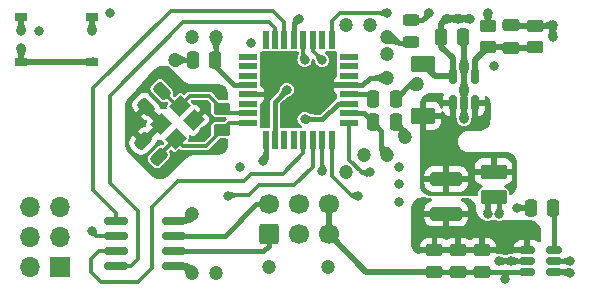
<source format=gtl>
G04 #@! TF.GenerationSoftware,KiCad,Pcbnew,8.0.5*
G04 #@! TF.CreationDate,2024-09-14T16:18:35+01:00*
G04 #@! TF.ProjectId,RotationEncoder,526f7461-7469-46f6-9e45-6e636f646572,rev?*
G04 #@! TF.SameCoordinates,Original*
G04 #@! TF.FileFunction,Copper,L1,Top*
G04 #@! TF.FilePolarity,Positive*
%FSLAX46Y46*%
G04 Gerber Fmt 4.6, Leading zero omitted, Abs format (unit mm)*
G04 Created by KiCad (PCBNEW 8.0.5) date 2024-09-14 16:18:35*
%MOMM*%
%LPD*%
G01*
G04 APERTURE LIST*
G04 Aperture macros list*
%AMRoundRect*
0 Rectangle with rounded corners*
0 $1 Rounding radius*
0 $2 $3 $4 $5 $6 $7 $8 $9 X,Y pos of 4 corners*
0 Add a 4 corners polygon primitive as box body*
4,1,4,$2,$3,$4,$5,$6,$7,$8,$9,$2,$3,0*
0 Add four circle primitives for the rounded corners*
1,1,$1+$1,$2,$3*
1,1,$1+$1,$4,$5*
1,1,$1+$1,$6,$7*
1,1,$1+$1,$8,$9*
0 Add four rect primitives between the rounded corners*
20,1,$1+$1,$2,$3,$4,$5,0*
20,1,$1+$1,$4,$5,$6,$7,0*
20,1,$1+$1,$6,$7,$8,$9,0*
20,1,$1+$1,$8,$9,$2,$3,0*%
%AMRotRect*
0 Rectangle, with rotation*
0 The origin of the aperture is its center*
0 $1 length*
0 $2 width*
0 $3 Rotation angle, in degrees counterclockwise*
0 Add horizontal line*
21,1,$1,$2,0,0,$3*%
G04 Aperture macros list end*
G04 #@! TA.AperFunction,SMDPad,CuDef*
%ADD10RoundRect,0.250000X-0.250000X-0.475000X0.250000X-0.475000X0.250000X0.475000X-0.250000X0.475000X0*%
G04 #@! TD*
G04 #@! TA.AperFunction,SMDPad,CuDef*
%ADD11RoundRect,0.250000X-0.475000X0.250000X-0.475000X-0.250000X0.475000X-0.250000X0.475000X0.250000X0*%
G04 #@! TD*
G04 #@! TA.AperFunction,SMDPad,CuDef*
%ADD12RoundRect,0.243750X-0.456250X0.243750X-0.456250X-0.243750X0.456250X-0.243750X0.456250X0.243750X0*%
G04 #@! TD*
G04 #@! TA.AperFunction,SMDPad,CuDef*
%ADD13RoundRect,0.150000X-0.512500X-0.150000X0.512500X-0.150000X0.512500X0.150000X-0.512500X0.150000X0*%
G04 #@! TD*
G04 #@! TA.AperFunction,SMDPad,CuDef*
%ADD14RoundRect,0.250000X0.850000X-0.375000X0.850000X0.375000X-0.850000X0.375000X-0.850000X-0.375000X0*%
G04 #@! TD*
G04 #@! TA.AperFunction,SMDPad,CuDef*
%ADD15RoundRect,0.150000X-0.825000X-0.150000X0.825000X-0.150000X0.825000X0.150000X-0.825000X0.150000X0*%
G04 #@! TD*
G04 #@! TA.AperFunction,ComponentPad*
%ADD16RoundRect,0.250000X0.600000X-0.600000X0.600000X0.600000X-0.600000X0.600000X-0.600000X-0.600000X0*%
G04 #@! TD*
G04 #@! TA.AperFunction,ComponentPad*
%ADD17C,1.700000*%
G04 #@! TD*
G04 #@! TA.AperFunction,SMDPad,CuDef*
%ADD18RoundRect,0.150000X0.150000X-0.512500X0.150000X0.512500X-0.150000X0.512500X-0.150000X-0.512500X0*%
G04 #@! TD*
G04 #@! TA.AperFunction,SMDPad,CuDef*
%ADD19RoundRect,0.250000X-0.159099X0.512652X-0.512652X0.159099X0.159099X-0.512652X0.512652X-0.159099X0*%
G04 #@! TD*
G04 #@! TA.AperFunction,SMDPad,CuDef*
%ADD20RoundRect,0.250000X0.250000X0.475000X-0.250000X0.475000X-0.250000X-0.475000X0.250000X-0.475000X0*%
G04 #@! TD*
G04 #@! TA.AperFunction,SMDPad,CuDef*
%ADD21RoundRect,0.250000X0.475000X-0.250000X0.475000X0.250000X-0.475000X0.250000X-0.475000X-0.250000X0*%
G04 #@! TD*
G04 #@! TA.AperFunction,SMDPad,CuDef*
%ADD22RoundRect,0.250000X-0.450000X0.262500X-0.450000X-0.262500X0.450000X-0.262500X0.450000X0.262500X0*%
G04 #@! TD*
G04 #@! TA.AperFunction,SMDPad,CuDef*
%ADD23RoundRect,0.250000X0.512652X0.159099X0.159099X0.512652X-0.512652X-0.159099X-0.159099X-0.512652X0*%
G04 #@! TD*
G04 #@! TA.AperFunction,SMDPad,CuDef*
%ADD24R,1.600000X0.550000*%
G04 #@! TD*
G04 #@! TA.AperFunction,SMDPad,CuDef*
%ADD25R,0.550000X1.600000*%
G04 #@! TD*
G04 #@! TA.AperFunction,SMDPad,CuDef*
%ADD26RoundRect,0.250000X0.800000X-0.450000X0.800000X0.450000X-0.800000X0.450000X-0.800000X-0.450000X0*%
G04 #@! TD*
G04 #@! TA.AperFunction,SMDPad,CuDef*
%ADD27RoundRect,0.250000X0.450000X-0.262500X0.450000X0.262500X-0.450000X0.262500X-0.450000X-0.262500X0*%
G04 #@! TD*
G04 #@! TA.AperFunction,SMDPad,CuDef*
%ADD28RotRect,1.400000X1.200000X45.000000*%
G04 #@! TD*
G04 #@! TA.AperFunction,SMDPad,CuDef*
%ADD29R,1.000000X0.750000*%
G04 #@! TD*
G04 #@! TA.AperFunction,ComponentPad*
%ADD30R,1.700000X1.700000*%
G04 #@! TD*
G04 #@! TA.AperFunction,ComponentPad*
%ADD31O,1.700000X1.700000*%
G04 #@! TD*
G04 #@! TA.AperFunction,SMDPad,CuDef*
%ADD32RoundRect,0.250000X-1.100000X0.325000X-1.100000X-0.325000X1.100000X-0.325000X1.100000X0.325000X0*%
G04 #@! TD*
G04 #@! TA.AperFunction,ViaPad*
%ADD33C,0.800000*%
G04 #@! TD*
G04 #@! TA.AperFunction,ViaPad*
%ADD34C,1.200000*%
G04 #@! TD*
G04 #@! TA.AperFunction,Conductor*
%ADD35C,0.400000*%
G04 #@! TD*
G04 #@! TA.AperFunction,Conductor*
%ADD36C,0.500000*%
G04 #@! TD*
G04 #@! TA.AperFunction,Conductor*
%ADD37C,0.200000*%
G04 #@! TD*
G04 #@! TA.AperFunction,Conductor*
%ADD38C,0.300000*%
G04 #@! TD*
G04 APERTURE END LIST*
D10*
X151300000Y-90250000D03*
X153200000Y-90250000D03*
D11*
X163000000Y-82050000D03*
X163000000Y-83950000D03*
D12*
X154500000Y-81562500D03*
X154500000Y-83437500D03*
D13*
X164362500Y-101050000D03*
X164362500Y-102000000D03*
X164362500Y-102950000D03*
X166637500Y-102950000D03*
X166637500Y-102000000D03*
X166637500Y-101050000D03*
D14*
X161500000Y-96575000D03*
X161500000Y-94425000D03*
D15*
X129525000Y-98595000D03*
X129525000Y-99865000D03*
X129525000Y-101135000D03*
X129525000Y-102405000D03*
X134475000Y-102405000D03*
X134475000Y-101135000D03*
X134475000Y-99865000D03*
X134475000Y-98595000D03*
D16*
X142455000Y-99752500D03*
D17*
X142455000Y-97212500D03*
X144995000Y-99752500D03*
X144995000Y-97212500D03*
X147535000Y-99752500D03*
X147535000Y-97212500D03*
D18*
X158050000Y-88637500D03*
X159000000Y-88637500D03*
X159950000Y-88637500D03*
X159950000Y-86362500D03*
X158050000Y-86362500D03*
D19*
X133421751Y-87578249D03*
X132078249Y-88921751D03*
D20*
X166550000Y-97500000D03*
X164650000Y-97500000D03*
D21*
X156500000Y-102950000D03*
X156500000Y-101050000D03*
D10*
X157050000Y-83000000D03*
X158950000Y-83000000D03*
D22*
X165000000Y-82087500D03*
X165000000Y-83912500D03*
D23*
X133171751Y-93171751D03*
X131828249Y-91828249D03*
D24*
X140750000Y-84700000D03*
X140750000Y-85500000D03*
X140750000Y-86300000D03*
X140750000Y-87100000D03*
X140750000Y-87900000D03*
X140750000Y-88700000D03*
X140750000Y-89500000D03*
X140750000Y-90300000D03*
D25*
X142200000Y-91750000D03*
X143000000Y-91750000D03*
X143800000Y-91750000D03*
X144600000Y-91750000D03*
X145400000Y-91750000D03*
X146200000Y-91750000D03*
X147000000Y-91750000D03*
X147800000Y-91750000D03*
D24*
X149250000Y-90300000D03*
X149250000Y-89500000D03*
X149250000Y-88700000D03*
X149250000Y-87900000D03*
X149250000Y-87100000D03*
X149250000Y-86300000D03*
X149250000Y-85500000D03*
X149250000Y-84700000D03*
D25*
X147800000Y-83250000D03*
X147000000Y-83250000D03*
X146200000Y-83250000D03*
X145400000Y-83250000D03*
X144600000Y-83250000D03*
X143800000Y-83250000D03*
X143000000Y-83250000D03*
X142200000Y-83250000D03*
D26*
X155500000Y-89700000D03*
X155500000Y-85300000D03*
D11*
X158500000Y-101050000D03*
X158500000Y-102950000D03*
D27*
X138500000Y-90912500D03*
X138500000Y-89087500D03*
D28*
X134573223Y-91628858D03*
X136128858Y-90073223D03*
X134926777Y-88871142D03*
X133371142Y-90426777D03*
D29*
X121500000Y-81375000D03*
X127500000Y-81375000D03*
X121500000Y-85125000D03*
X127500000Y-85125000D03*
D30*
X124775000Y-102525000D03*
D31*
X122235000Y-102525000D03*
X124775000Y-99985000D03*
X122235000Y-99985000D03*
X124775000Y-97445000D03*
X122235000Y-97445000D03*
D32*
X157500000Y-95050000D03*
X157500000Y-98000000D03*
D27*
X161000000Y-83912500D03*
X161000000Y-82087500D03*
D21*
X160500000Y-102950000D03*
X160500000Y-101050000D03*
D10*
X151300000Y-88250000D03*
X153200000Y-88250000D03*
D20*
X137950000Y-85000000D03*
X136050000Y-85000000D03*
D33*
X123000000Y-82500000D03*
X157500000Y-81500000D03*
D34*
X147500000Y-102500000D03*
X136000000Y-83000000D03*
D33*
X129000000Y-81000000D03*
X141000000Y-83500000D03*
D34*
X152500000Y-84500000D03*
D33*
X158500000Y-81500000D03*
X166500000Y-83000000D03*
X166500000Y-82000000D03*
D34*
X138000000Y-103000000D03*
X151000000Y-82000000D03*
D33*
X159500000Y-81500000D03*
D34*
X152500000Y-83000000D03*
D33*
X140000000Y-94000000D03*
X133500000Y-94500000D03*
D34*
X152500000Y-86500000D03*
D33*
X131000000Y-90000000D03*
D34*
X142500000Y-102500000D03*
X155000000Y-87000000D03*
X144000000Y-86000000D03*
X149000000Y-82000000D03*
D33*
X159000000Y-99500000D03*
X153500000Y-95500000D03*
X161500000Y-85500000D03*
D34*
X154000000Y-91500000D03*
D33*
X153500000Y-97000000D03*
X134500000Y-93500000D03*
X127500000Y-82500000D03*
D34*
X136000000Y-103000000D03*
D33*
X153500000Y-94000000D03*
X137000000Y-91000000D03*
D34*
X142500000Y-86000000D03*
D33*
X157500000Y-99500000D03*
X121500000Y-82500000D03*
D34*
X149000000Y-94500000D03*
D33*
X156000000Y-99500000D03*
X138500000Y-92500000D03*
X159000000Y-87500000D03*
X162500000Y-100500000D03*
D34*
X134500000Y-85000000D03*
D33*
X133500000Y-86000000D03*
X161000000Y-80975000D03*
X134500000Y-87000000D03*
D34*
X150500000Y-93000000D03*
D33*
X165000000Y-99500000D03*
X164000000Y-99500000D03*
X159000000Y-85500000D03*
X131000000Y-91000000D03*
X159000000Y-90000000D03*
X137000000Y-89000000D03*
X138500000Y-87500000D03*
X145500000Y-85000000D03*
X147000000Y-85000000D03*
X145500000Y-90000000D03*
X144000000Y-87500000D03*
X142000000Y-93500000D03*
D34*
X152500000Y-93000000D03*
X138000000Y-83000000D03*
X136000000Y-98000000D03*
D33*
X145000000Y-81500000D03*
X121500000Y-84000000D03*
X156000000Y-81000000D03*
X152500000Y-81000000D03*
X139000000Y-96500000D03*
X127500000Y-99500000D03*
X162500000Y-103500000D03*
X157500000Y-92500000D03*
X163500000Y-97500000D03*
X163000000Y-102000000D03*
X162000000Y-98000000D03*
X162000000Y-102000000D03*
X161000000Y-98000000D03*
X168000000Y-103000000D03*
X150000000Y-96500000D03*
X147000000Y-94400000D03*
X151000000Y-94500000D03*
X168000000Y-102000000D03*
D35*
X142010000Y-101135000D02*
X134475000Y-101135000D01*
X142455000Y-100690000D02*
X142010000Y-101135000D01*
X142455000Y-99752500D02*
X142455000Y-100690000D01*
X138735000Y-99865000D02*
X141387500Y-97212500D01*
X134475000Y-99865000D02*
X138735000Y-99865000D01*
X141387500Y-97212500D02*
X142455000Y-97212500D01*
D36*
X165000000Y-82087500D02*
X163037500Y-82087500D01*
X158500000Y-81500000D02*
X159500000Y-81500000D01*
X156562500Y-86362500D02*
X155500000Y-85300000D01*
X158050000Y-84850000D02*
X157050000Y-83850000D01*
X163037500Y-82087500D02*
X163000000Y-82050000D01*
X157050000Y-81950000D02*
X157500000Y-81500000D01*
D35*
X152500000Y-83000000D02*
X153000000Y-83000000D01*
X153000000Y-83000000D02*
X153500000Y-83500000D01*
D36*
X157050000Y-83850000D02*
X157050000Y-83000000D01*
D35*
X154437500Y-83500000D02*
X154500000Y-83437500D01*
D36*
X158050000Y-86362500D02*
X156562500Y-86362500D01*
D35*
X153500000Y-83500000D02*
X154437500Y-83500000D01*
D36*
X157050000Y-83000000D02*
X157050000Y-81950000D01*
X166500000Y-82000000D02*
X166500000Y-83000000D01*
X166412500Y-82087500D02*
X165000000Y-82087500D01*
X166500000Y-82000000D02*
X166412500Y-82087500D01*
X157500000Y-81500000D02*
X158500000Y-81500000D01*
X158050000Y-86362500D02*
X158050000Y-84850000D01*
X159000000Y-83050000D02*
X158950000Y-83000000D01*
D35*
X152500000Y-86500000D02*
X151000000Y-86500000D01*
D36*
X159000000Y-85500000D02*
X159000000Y-83050000D01*
D35*
X154450000Y-87000000D02*
X153200000Y-88250000D01*
D37*
X136128858Y-90073223D02*
X136128858Y-90128858D01*
D36*
X159000000Y-85500000D02*
X159000000Y-87500000D01*
D35*
X150400000Y-87100000D02*
X149250000Y-87100000D01*
D36*
X161000000Y-80975000D02*
X161000000Y-82087500D01*
D35*
X151000000Y-86500000D02*
X150400000Y-87100000D01*
D36*
X135405000Y-102405000D02*
X134475000Y-102405000D01*
X136000000Y-103000000D02*
X135405000Y-102405000D01*
D35*
X154000000Y-91500000D02*
X154000000Y-91050000D01*
D36*
X159000000Y-87500000D02*
X159000000Y-90000000D01*
D35*
X136050000Y-85000000D02*
X134500000Y-85000000D01*
D36*
X121500000Y-81375000D02*
X121500000Y-82500000D01*
X127500000Y-81375000D02*
X127500000Y-82500000D01*
D35*
X155000000Y-87000000D02*
X154450000Y-87000000D01*
X154000000Y-91050000D02*
X153200000Y-90250000D01*
D38*
X145400000Y-83250000D02*
X145400000Y-84900000D01*
X145400000Y-84900000D02*
X145500000Y-85000000D01*
X146200000Y-83250000D02*
X146200000Y-84200000D01*
X146200000Y-84200000D02*
X147000000Y-85000000D01*
D35*
X147000000Y-90000000D02*
X148300000Y-88700000D01*
X148300000Y-88700000D02*
X149250000Y-88700000D01*
X145500000Y-90000000D02*
X147000000Y-90000000D01*
X144000000Y-87500000D02*
X143000000Y-88500000D01*
X143000000Y-88500000D02*
X143000000Y-91750000D01*
X142200000Y-93300000D02*
X142000000Y-93500000D01*
X142200000Y-91750000D02*
X142200000Y-93300000D01*
X149250000Y-89500000D02*
X150550000Y-89500000D01*
X152500000Y-93000000D02*
X152000000Y-92500000D01*
X152000000Y-90950000D02*
X151300000Y-90250000D01*
X152000000Y-92500000D02*
X152000000Y-90950000D01*
X150550000Y-89500000D02*
X151300000Y-90250000D01*
X139550000Y-87100000D02*
X137950000Y-85500000D01*
D36*
X135440000Y-98595000D02*
X134475000Y-98595000D01*
X136000000Y-98000000D02*
X136000000Y-98035000D01*
D35*
X138000000Y-83000000D02*
X138000000Y-84950000D01*
X137950000Y-85500000D02*
X137950000Y-85000000D01*
D36*
X136000000Y-98035000D02*
X135440000Y-98595000D01*
D35*
X140750000Y-87100000D02*
X139550000Y-87100000D01*
X138000000Y-84950000D02*
X137950000Y-85000000D01*
D38*
X137162500Y-92250000D02*
X135194365Y-92250000D01*
X133171751Y-93030330D02*
X134573223Y-91628858D01*
X138500000Y-90912500D02*
X137162500Y-92250000D01*
X140750000Y-90300000D02*
X139112500Y-90300000D01*
X135194365Y-92250000D02*
X134573223Y-91628858D01*
X139112500Y-90300000D02*
X138500000Y-90912500D01*
X133171751Y-93171751D02*
X133171751Y-93030330D01*
D35*
X145000000Y-81500000D02*
X144600000Y-81900000D01*
D36*
X121500000Y-85125000D02*
X127500000Y-85125000D01*
X127625000Y-85000000D02*
X127500000Y-85125000D01*
D35*
X144600000Y-81900000D02*
X144600000Y-83250000D01*
D36*
X121500000Y-84000000D02*
X121500000Y-85125000D01*
D35*
X149250000Y-87900000D02*
X150950000Y-87900000D01*
X150950000Y-87900000D02*
X151300000Y-88250000D01*
D38*
X134926777Y-88871142D02*
X134714644Y-88871142D01*
X140750000Y-89500000D02*
X138912500Y-89500000D01*
X138500000Y-89087500D02*
X137412500Y-88000000D01*
X137412500Y-88000000D02*
X135797919Y-88000000D01*
X138912500Y-89500000D02*
X138500000Y-89087500D01*
X135797919Y-88000000D02*
X134926777Y-88871142D01*
X134714644Y-88871142D02*
X133421751Y-87578249D01*
D35*
X155437500Y-81562500D02*
X156000000Y-81000000D01*
X154500000Y-81562500D02*
X155437500Y-81562500D01*
D38*
X148500000Y-81000000D02*
X147800000Y-81700000D01*
X147800000Y-81700000D02*
X147800000Y-83250000D01*
X152500000Y-81000000D02*
X148500000Y-81000000D01*
X141600000Y-95600000D02*
X144600000Y-95600000D01*
X139100000Y-96400000D02*
X140800000Y-96400000D01*
X140800000Y-96400000D02*
X141600000Y-95600000D01*
X144600000Y-95600000D02*
X146200000Y-94000000D01*
X127865000Y-99865000D02*
X127500000Y-99500000D01*
X146200000Y-94000000D02*
X146200000Y-91750000D01*
X139000000Y-96500000D02*
X139100000Y-96400000D01*
X129525000Y-99865000D02*
X127865000Y-99865000D01*
X143800000Y-81800000D02*
X142800000Y-80800000D01*
X143800000Y-83250000D02*
X143800000Y-81800000D01*
X142800000Y-80800000D02*
X134175000Y-80800000D01*
X129525000Y-97925000D02*
X129525000Y-98595000D01*
X127600000Y-96000000D02*
X129525000Y-97925000D01*
X134175000Y-80800000D02*
X127600000Y-87375000D01*
X127600000Y-87375000D02*
X127600000Y-96000000D01*
X131400000Y-97800000D02*
X131400000Y-101800000D01*
X135200000Y-81800000D02*
X129000000Y-88000000D01*
X130795000Y-102405000D02*
X129525000Y-102405000D01*
X131400000Y-101800000D02*
X130795000Y-102405000D01*
X143000000Y-83250000D02*
X143000000Y-82275000D01*
X142525000Y-81800000D02*
X135200000Y-81800000D01*
X129000000Y-95400000D02*
X131400000Y-97800000D01*
X143000000Y-82275000D02*
X142525000Y-81800000D01*
X129000000Y-88000000D02*
X129000000Y-95400000D01*
X128300000Y-103800000D02*
X127400000Y-102900000D01*
X134750000Y-95250000D02*
X132600000Y-97400000D01*
X128065000Y-101135000D02*
X129525000Y-101135000D01*
X145400000Y-92850000D02*
X143650000Y-94600000D01*
X127400000Y-101800000D02*
X128065000Y-101135000D01*
X127400000Y-102900000D02*
X127400000Y-101800000D01*
X141000000Y-94600000D02*
X140350000Y-95250000D01*
X132600000Y-97400000D02*
X132600000Y-102600000D01*
X140350000Y-95250000D02*
X134750000Y-95250000D01*
X131400000Y-103800000D02*
X128300000Y-103800000D01*
X143650000Y-94600000D02*
X141000000Y-94600000D01*
X132600000Y-102600000D02*
X131400000Y-103800000D01*
X145400000Y-91750000D02*
X145400000Y-92850000D01*
D35*
X162500000Y-102950000D02*
X164362500Y-102950000D01*
D36*
X150732500Y-102950000D02*
X147535000Y-99752500D01*
D35*
X162500000Y-103500000D02*
X162500000Y-102950000D01*
X156500000Y-102950000D02*
X158500000Y-102950000D01*
X160500000Y-102950000D02*
X162500000Y-102950000D01*
D36*
X156500000Y-102950000D02*
X150732500Y-102950000D01*
X147535000Y-97212500D02*
X147535000Y-99752500D01*
D35*
X158500000Y-102950000D02*
X160500000Y-102950000D01*
X161000000Y-97075000D02*
X161500000Y-96575000D01*
X162000000Y-98000000D02*
X162000000Y-97075000D01*
X164550000Y-97500000D02*
X163500000Y-97500000D01*
X161000000Y-98000000D02*
X161000000Y-97075000D01*
X162000000Y-97075000D02*
X161500000Y-96575000D01*
X162000000Y-102000000D02*
X163000000Y-102000000D01*
X163000000Y-102000000D02*
X164362500Y-102000000D01*
X166637500Y-101050000D02*
X166637500Y-97587500D01*
X166550000Y-97500000D02*
X166450000Y-97500000D01*
X166637500Y-97587500D02*
X166550000Y-97500000D01*
D36*
X163000000Y-83950000D02*
X164962500Y-83950000D01*
X159950000Y-84962500D02*
X161000000Y-83912500D01*
X161000000Y-83912500D02*
X162962500Y-83912500D01*
X159950000Y-86362500D02*
X159950000Y-84962500D01*
X164962500Y-83950000D02*
X165000000Y-83912500D01*
X162962500Y-83912500D02*
X163000000Y-83950000D01*
X166637500Y-102950000D02*
X167950000Y-102950000D01*
X167950000Y-102950000D02*
X168000000Y-103000000D01*
D38*
X150000000Y-96500000D02*
X149500000Y-96500000D01*
X147800000Y-94800000D02*
X147800000Y-91750000D01*
X149500000Y-96500000D02*
X147800000Y-94800000D01*
X147000000Y-91750000D02*
X147000000Y-94400000D01*
X150343503Y-94500000D02*
X151000000Y-94500000D01*
X149250000Y-90300000D02*
X149250000Y-93406497D01*
X149250000Y-93406497D02*
X150343503Y-94500000D01*
D35*
X166637500Y-102000000D02*
X168000000Y-102000000D01*
G04 #@! TA.AperFunction,Conductor*
G36*
X155781431Y-96609440D02*
G01*
X155800347Y-96617276D01*
X155800352Y-96617277D01*
X155800355Y-96617279D01*
X155819348Y-96624075D01*
X155983571Y-96673891D01*
X155983596Y-96673897D01*
X155983597Y-96673898D01*
X155991311Y-96675830D01*
X156003135Y-96678792D01*
X156026976Y-96683534D01*
X156042368Y-96685816D01*
X156046908Y-96686490D01*
X156046909Y-96686490D01*
X156046922Y-96686492D01*
X156189456Y-96700530D01*
X156199053Y-96701476D01*
X156263841Y-96727637D01*
X156304199Y-96784672D01*
X156307316Y-96854472D01*
X156272201Y-96914876D01*
X156225904Y-96942585D01*
X156080878Y-96990642D01*
X156080875Y-96990643D01*
X155931654Y-97082684D01*
X155807684Y-97206654D01*
X155715643Y-97355875D01*
X155715641Y-97355880D01*
X155660494Y-97522302D01*
X155660493Y-97522309D01*
X155650000Y-97625013D01*
X155650000Y-97750000D01*
X159349999Y-97750000D01*
X159349999Y-97625028D01*
X159349998Y-97625013D01*
X159339505Y-97522302D01*
X159284358Y-97355880D01*
X159284356Y-97355875D01*
X159192315Y-97206654D01*
X159068345Y-97082684D01*
X158919124Y-96990643D01*
X158919119Y-96990641D01*
X158788039Y-96947206D01*
X158730594Y-96907434D01*
X158703771Y-96842918D01*
X158716086Y-96774142D01*
X158763629Y-96722942D01*
X158827043Y-96705500D01*
X159444575Y-96705500D01*
X159503028Y-96720142D01*
X159567019Y-96754346D01*
X159587231Y-96767851D01*
X159712310Y-96870501D01*
X159729498Y-96887689D01*
X159832148Y-97012768D01*
X159845653Y-97032979D01*
X159921927Y-97175676D01*
X159931230Y-97198135D01*
X159978201Y-97352978D01*
X159982943Y-97376819D01*
X160000000Y-97550000D01*
X160018253Y-97735334D01*
X160072315Y-97913551D01*
X160160106Y-98077795D01*
X160278248Y-98221751D01*
X160422206Y-98339895D01*
X160422209Y-98339897D01*
X160458294Y-98359184D01*
X160537300Y-98401414D01*
X160566529Y-98423093D01*
X160571717Y-98428282D01*
X160697157Y-98524535D01*
X160697158Y-98524535D01*
X160697159Y-98524536D01*
X160843238Y-98585044D01*
X160921619Y-98595363D01*
X160999999Y-98605682D01*
X161000000Y-98605682D01*
X161000001Y-98605682D01*
X161052254Y-98598802D01*
X161156762Y-98585044D01*
X161302841Y-98524536D01*
X161302847Y-98524530D01*
X161309875Y-98520474D01*
X161310763Y-98522012D01*
X161366589Y-98500430D01*
X161376908Y-98500000D01*
X161623092Y-98500000D01*
X161690131Y-98519685D01*
X161696438Y-98524119D01*
X161697155Y-98524533D01*
X161697159Y-98524536D01*
X161843238Y-98585044D01*
X161921619Y-98595363D01*
X161999999Y-98605682D01*
X162000000Y-98605682D01*
X162000001Y-98605682D01*
X162052254Y-98598802D01*
X162156762Y-98585044D01*
X162302841Y-98524536D01*
X162302847Y-98524530D01*
X162309875Y-98520474D01*
X162310763Y-98522012D01*
X162366589Y-98500430D01*
X162376908Y-98500000D01*
X164493907Y-98500000D01*
X164506061Y-98500597D01*
X164682941Y-98518018D01*
X164706769Y-98522757D01*
X164871001Y-98572576D01*
X164893453Y-98581877D01*
X165009910Y-98644124D01*
X165044798Y-98662772D01*
X165065010Y-98676277D01*
X165197666Y-98785145D01*
X165214854Y-98802333D01*
X165323722Y-98934989D01*
X165337227Y-98955201D01*
X165418121Y-99106543D01*
X165427424Y-99129001D01*
X165477240Y-99293224D01*
X165481982Y-99317065D01*
X165499403Y-99493938D01*
X165500000Y-99506092D01*
X165500000Y-100306398D01*
X165480315Y-100373437D01*
X165427511Y-100419192D01*
X165358353Y-100429136D01*
X165294797Y-100400111D01*
X165288319Y-100394079D01*
X165276561Y-100382321D01*
X165276552Y-100382314D01*
X165135196Y-100298717D01*
X165135193Y-100298716D01*
X164977495Y-100252900D01*
X164977489Y-100252899D01*
X164940649Y-100250000D01*
X164612500Y-100250000D01*
X164612500Y-101176000D01*
X164592815Y-101243039D01*
X164540011Y-101288794D01*
X164488500Y-101300000D01*
X163202705Y-101300000D01*
X163191348Y-101312285D01*
X163185945Y-101338000D01*
X163136891Y-101387754D01*
X163068725Y-101403089D01*
X163060510Y-101402284D01*
X163000001Y-101394318D01*
X162999999Y-101394318D01*
X162843236Y-101414956D01*
X162790627Y-101436747D01*
X162769412Y-101443378D01*
X162754201Y-101446670D01*
X162669535Y-101483427D01*
X162654987Y-101489743D01*
X162605606Y-101500000D01*
X162394393Y-101500000D01*
X162345014Y-101489744D01*
X162245709Y-101446633D01*
X162244750Y-101446220D01*
X162244466Y-101446099D01*
X162244460Y-101446097D01*
X162231165Y-101443363D01*
X162208699Y-101436468D01*
X162178645Y-101424020D01*
X162156763Y-101414956D01*
X162000001Y-101394318D01*
X161999999Y-101394318D01*
X161865185Y-101412066D01*
X161796150Y-101401300D01*
X161743894Y-101354920D01*
X161729380Y-101304380D01*
X161725000Y-101300000D01*
X155275001Y-101300000D01*
X155275001Y-101301282D01*
X155255316Y-101368321D01*
X155202512Y-101414076D01*
X155133354Y-101424020D01*
X155092548Y-101410640D01*
X154955201Y-101337227D01*
X154934989Y-101323722D01*
X154802333Y-101214854D01*
X154785145Y-101197666D01*
X154676277Y-101065010D01*
X154662772Y-101044798D01*
X154581878Y-100893456D01*
X154572575Y-100870998D01*
X154535875Y-100750013D01*
X155275000Y-100750013D01*
X155275000Y-100800000D01*
X156250000Y-100800000D01*
X156750000Y-100800000D01*
X158250000Y-100800000D01*
X158750000Y-100800000D01*
X160250000Y-100800000D01*
X160750000Y-100800000D01*
X161724999Y-100800000D01*
X161724999Y-100799998D01*
X163202704Y-100799998D01*
X163202705Y-100800000D01*
X164112500Y-100800000D01*
X164112500Y-100250000D01*
X163784350Y-100250000D01*
X163747510Y-100252899D01*
X163747504Y-100252900D01*
X163589806Y-100298716D01*
X163589803Y-100298717D01*
X163448447Y-100382314D01*
X163448438Y-100382321D01*
X163332321Y-100498438D01*
X163332314Y-100498447D01*
X163248718Y-100639801D01*
X163202899Y-100797513D01*
X163202704Y-100799998D01*
X161724999Y-100799998D01*
X161724999Y-100750028D01*
X161724998Y-100750013D01*
X161714505Y-100647302D01*
X161659358Y-100480880D01*
X161659356Y-100480875D01*
X161567315Y-100331654D01*
X161443345Y-100207684D01*
X161294124Y-100115643D01*
X161294119Y-100115641D01*
X161127697Y-100060494D01*
X161127690Y-100060493D01*
X161024986Y-100050000D01*
X160750000Y-100050000D01*
X160750000Y-100800000D01*
X160250000Y-100800000D01*
X160250000Y-100050000D01*
X159975029Y-100050000D01*
X159975012Y-100050001D01*
X159872302Y-100060494D01*
X159705880Y-100115641D01*
X159705875Y-100115643D01*
X159565097Y-100202477D01*
X159497704Y-100220917D01*
X159434903Y-100202477D01*
X159294124Y-100115643D01*
X159294119Y-100115641D01*
X159127697Y-100060494D01*
X159127690Y-100060493D01*
X159024986Y-100050000D01*
X158750000Y-100050000D01*
X158750000Y-100800000D01*
X158250000Y-100800000D01*
X158250000Y-100050000D01*
X157975029Y-100050000D01*
X157975012Y-100050001D01*
X157872302Y-100060494D01*
X157705880Y-100115641D01*
X157705875Y-100115643D01*
X157565097Y-100202477D01*
X157497704Y-100220917D01*
X157434903Y-100202477D01*
X157294124Y-100115643D01*
X157294119Y-100115641D01*
X157127697Y-100060494D01*
X157127690Y-100060493D01*
X157024986Y-100050000D01*
X156750000Y-100050000D01*
X156750000Y-100800000D01*
X156250000Y-100800000D01*
X156250000Y-100050000D01*
X155975029Y-100050000D01*
X155975012Y-100050001D01*
X155872302Y-100060494D01*
X155705880Y-100115641D01*
X155705875Y-100115643D01*
X155556654Y-100207684D01*
X155432684Y-100331654D01*
X155340643Y-100480875D01*
X155340641Y-100480880D01*
X155285494Y-100647302D01*
X155285493Y-100647309D01*
X155275000Y-100750013D01*
X154535875Y-100750013D01*
X154522757Y-100706769D01*
X154518018Y-100682941D01*
X154500597Y-100506061D01*
X154500000Y-100493907D01*
X154500000Y-98374986D01*
X155650001Y-98374986D01*
X155660494Y-98477697D01*
X155715641Y-98644119D01*
X155715643Y-98644124D01*
X155807684Y-98793345D01*
X155931654Y-98917315D01*
X156080875Y-99009356D01*
X156080880Y-99009358D01*
X156247302Y-99064505D01*
X156247309Y-99064506D01*
X156350019Y-99074999D01*
X157249999Y-99074999D01*
X157750000Y-99074999D01*
X158649972Y-99074999D01*
X158649986Y-99074998D01*
X158752697Y-99064505D01*
X158919119Y-99009358D01*
X158919124Y-99009356D01*
X159068345Y-98917315D01*
X159192315Y-98793345D01*
X159284356Y-98644124D01*
X159284358Y-98644119D01*
X159339505Y-98477697D01*
X159339506Y-98477690D01*
X159349999Y-98374986D01*
X159350000Y-98374973D01*
X159350000Y-98250000D01*
X157750000Y-98250000D01*
X157750000Y-99074999D01*
X157249999Y-99074999D01*
X157250000Y-99074998D01*
X157250000Y-98250000D01*
X155650001Y-98250000D01*
X155650001Y-98374986D01*
X154500000Y-98374986D01*
X154500000Y-97606092D01*
X154500597Y-97593938D01*
X154518018Y-97417056D01*
X154522757Y-97393232D01*
X154572577Y-97228994D01*
X154581875Y-97206549D01*
X154662775Y-97055195D01*
X154676272Y-97034995D01*
X154785149Y-96902328D01*
X154802328Y-96885149D01*
X154934995Y-96776272D01*
X154955195Y-96762775D01*
X155106549Y-96681875D01*
X155128994Y-96672577D01*
X155293232Y-96622757D01*
X155317056Y-96618018D01*
X155493939Y-96600597D01*
X155506093Y-96600000D01*
X155733975Y-96600000D01*
X155781431Y-96609440D01*
G37*
G04 #@! TD.AperFunction*
G04 #@! TA.AperFunction,Conductor*
G36*
X147445899Y-84238694D02*
G01*
X147505247Y-84250499D01*
X147505250Y-84250500D01*
X147505252Y-84250500D01*
X148094749Y-84250500D01*
X148105909Y-84248280D01*
X148175501Y-84254507D01*
X148230679Y-84297369D01*
X148253924Y-84363258D01*
X148251721Y-84394082D01*
X148249500Y-84405250D01*
X148249500Y-84994752D01*
X148263515Y-85065209D01*
X148262239Y-85065462D01*
X148268317Y-85122023D01*
X148261303Y-85145910D01*
X148249500Y-85205247D01*
X148249500Y-85794752D01*
X148263515Y-85865209D01*
X148262239Y-85865462D01*
X148268317Y-85922023D01*
X148261303Y-85945910D01*
X148249500Y-86005247D01*
X148249500Y-86288443D01*
X148229815Y-86355482D01*
X148199812Y-86387709D01*
X148092809Y-86467812D01*
X148006649Y-86582906D01*
X148006645Y-86582913D01*
X147956403Y-86717620D01*
X147956401Y-86717627D01*
X147950000Y-86777155D01*
X147950000Y-86850000D01*
X148500000Y-86850000D01*
X148500000Y-87350000D01*
X147950000Y-87350000D01*
X147950000Y-87422844D01*
X147956401Y-87482372D01*
X147956403Y-87482379D01*
X148006645Y-87617086D01*
X148006649Y-87617093D01*
X148092809Y-87732187D01*
X148092812Y-87732190D01*
X148199811Y-87812290D01*
X148241682Y-87868223D01*
X148249500Y-87911556D01*
X148249500Y-88200840D01*
X148247421Y-88200840D01*
X148236151Y-88260195D01*
X148188075Y-88310895D01*
X148157876Y-88323453D01*
X148145413Y-88326792D01*
X148054084Y-88379522D01*
X146870426Y-89563181D01*
X146809103Y-89596666D01*
X146782745Y-89599500D01*
X146332127Y-89599500D01*
X146304028Y-89596274D01*
X146299733Y-89595274D01*
X146295295Y-89594242D01*
X146295289Y-89594241D01*
X146159696Y-89589873D01*
X146145393Y-89588580D01*
X146073701Y-89577885D01*
X146054067Y-89573298D01*
X145996269Y-89554728D01*
X145984849Y-89550428D01*
X145888698Y-89508708D01*
X145888681Y-89508694D01*
X145888679Y-89508700D01*
X145745709Y-89446633D01*
X145744750Y-89446220D01*
X145744466Y-89446099D01*
X145744460Y-89446097D01*
X145731165Y-89443363D01*
X145708699Y-89436468D01*
X145679012Y-89424172D01*
X145656763Y-89414956D01*
X145500001Y-89394318D01*
X145499999Y-89394318D01*
X145343239Y-89414955D01*
X145343237Y-89414956D01*
X145197160Y-89475463D01*
X145071718Y-89571718D01*
X144975463Y-89697160D01*
X144914956Y-89843237D01*
X144914955Y-89843239D01*
X144894318Y-89999998D01*
X144894318Y-90000001D01*
X144914955Y-90156760D01*
X144914956Y-90156762D01*
X144975464Y-90302841D01*
X145071718Y-90428282D01*
X145181867Y-90512802D01*
X145200532Y-90527124D01*
X145241734Y-90583552D01*
X145245889Y-90653298D01*
X145211676Y-90714219D01*
X145149959Y-90746971D01*
X145125045Y-90749500D01*
X145105249Y-90749500D01*
X145034791Y-90763515D01*
X145034537Y-90762239D01*
X144977977Y-90768317D01*
X144954089Y-90761303D01*
X144894751Y-90749500D01*
X144894748Y-90749500D01*
X144305252Y-90749500D01*
X144305249Y-90749500D01*
X144234791Y-90763515D01*
X144234537Y-90762239D01*
X144177977Y-90768317D01*
X144154089Y-90761303D01*
X144094751Y-90749500D01*
X144094748Y-90749500D01*
X143524500Y-90749500D01*
X143457461Y-90729815D01*
X143411706Y-90677011D01*
X143400500Y-90625500D01*
X143400500Y-88717254D01*
X143420185Y-88650215D01*
X143436819Y-88629573D01*
X143534205Y-88532187D01*
X143694798Y-88371593D01*
X143716936Y-88354014D01*
X143724555Y-88349271D01*
X143823537Y-88256466D01*
X143834558Y-88247274D01*
X143892813Y-88204142D01*
X143909929Y-88193508D01*
X143963940Y-88165765D01*
X143975054Y-88160731D01*
X144005380Y-88148760D01*
X144005387Y-88148758D01*
X144016253Y-88144468D01*
X144016255Y-88144468D01*
X144072560Y-88122239D01*
X144072560Y-88122238D01*
X144079962Y-88119316D01*
X144120763Y-88103217D01*
X144217231Y-88065156D01*
X144217545Y-88065030D01*
X144218141Y-88064794D01*
X144218299Y-88064731D01*
X144229821Y-88057160D01*
X144250455Y-88046235D01*
X144288312Y-88030553D01*
X144302841Y-88024536D01*
X144428282Y-87928282D01*
X144524536Y-87802841D01*
X144585044Y-87656762D01*
X144605682Y-87500000D01*
X144585044Y-87343238D01*
X144524536Y-87197159D01*
X144428282Y-87071718D01*
X144302841Y-86975464D01*
X144156762Y-86914956D01*
X144156760Y-86914955D01*
X144000001Y-86894318D01*
X143999999Y-86894318D01*
X143843239Y-86914955D01*
X143843237Y-86914956D01*
X143697160Y-86975463D01*
X143571716Y-87071719D01*
X143475464Y-87197158D01*
X143453672Y-87249766D01*
X143443365Y-87269446D01*
X143434937Y-87282533D01*
X143434931Y-87282543D01*
X143377768Y-87427415D01*
X143377759Y-87427438D01*
X143339265Y-87524938D01*
X143334228Y-87536060D01*
X143306488Y-87590063D01*
X143295849Y-87607188D01*
X143252723Y-87665439D01*
X143243522Y-87676469D01*
X143150723Y-87775445D01*
X143145199Y-87784162D01*
X143128145Y-87805460D01*
X142679522Y-88254084D01*
X142679520Y-88254087D01*
X142626791Y-88345413D01*
X142614557Y-88391078D01*
X142614557Y-88391079D01*
X142599500Y-88447273D01*
X142599500Y-90625500D01*
X142579815Y-90692539D01*
X142527011Y-90738294D01*
X142475500Y-90749500D01*
X141905251Y-90749500D01*
X141894082Y-90751721D01*
X141824490Y-90745489D01*
X141769315Y-90702623D01*
X141746074Y-90636732D01*
X141748280Y-90605909D01*
X141750500Y-90594749D01*
X141750500Y-90005249D01*
X141750499Y-90005247D01*
X141736485Y-89934790D01*
X141737762Y-89934535D01*
X141731680Y-89877991D01*
X141738694Y-89854100D01*
X141738867Y-89853231D01*
X141750500Y-89794748D01*
X141750500Y-89205252D01*
X141750500Y-89205249D01*
X141750499Y-89205247D01*
X141736485Y-89134790D01*
X141737762Y-89134535D01*
X141731680Y-89077991D01*
X141738694Y-89054100D01*
X141750499Y-88994752D01*
X141750500Y-88994750D01*
X141750500Y-88711556D01*
X141770185Y-88644517D01*
X141800189Y-88612290D01*
X141907187Y-88532190D01*
X141907190Y-88532187D01*
X141993350Y-88417093D01*
X141993354Y-88417086D01*
X142043596Y-88282379D01*
X142043598Y-88282372D01*
X142049999Y-88222844D01*
X142050000Y-88222827D01*
X142050000Y-88150000D01*
X141500000Y-88150000D01*
X141500000Y-87650000D01*
X142050000Y-87650000D01*
X142050000Y-87577172D01*
X142049999Y-87577155D01*
X142043598Y-87517627D01*
X142043596Y-87517620D01*
X141993354Y-87382913D01*
X141993350Y-87382906D01*
X141907190Y-87267812D01*
X141800188Y-87187709D01*
X141758318Y-87131775D01*
X141750500Y-87088443D01*
X141750500Y-86805249D01*
X141750499Y-86805247D01*
X141736485Y-86734790D01*
X141737762Y-86734535D01*
X141731680Y-86677991D01*
X141738694Y-86654100D01*
X141750499Y-86594752D01*
X141750500Y-86594750D01*
X141750500Y-86005249D01*
X141750499Y-86005247D01*
X141736485Y-85934790D01*
X141737762Y-85934535D01*
X141731680Y-85877991D01*
X141738694Y-85854100D01*
X141750499Y-85794752D01*
X141750500Y-85794750D01*
X141750500Y-85205249D01*
X141750499Y-85205247D01*
X141736485Y-85134790D01*
X141737762Y-85134535D01*
X141731680Y-85077991D01*
X141738694Y-85054100D01*
X141749455Y-85000000D01*
X141750500Y-84994748D01*
X141750500Y-84405252D01*
X141750500Y-84405250D01*
X141750500Y-84405249D01*
X141750499Y-84405247D01*
X141748280Y-84394088D01*
X141754507Y-84324497D01*
X141797370Y-84269319D01*
X141863260Y-84246075D01*
X141894088Y-84248280D01*
X141905247Y-84250499D01*
X141905250Y-84250500D01*
X141905252Y-84250500D01*
X142494750Y-84250500D01*
X142494751Y-84250499D01*
X142511796Y-84247109D01*
X142565210Y-84236485D01*
X142565464Y-84237762D01*
X142622009Y-84231680D01*
X142645899Y-84238694D01*
X142705247Y-84250499D01*
X142705250Y-84250500D01*
X142705252Y-84250500D01*
X143294750Y-84250500D01*
X143294751Y-84250499D01*
X143311796Y-84247109D01*
X143365210Y-84236485D01*
X143365464Y-84237762D01*
X143422009Y-84231680D01*
X143445899Y-84238694D01*
X143505247Y-84250499D01*
X143505250Y-84250500D01*
X143505252Y-84250500D01*
X144094750Y-84250500D01*
X144094751Y-84250499D01*
X144111796Y-84247109D01*
X144165210Y-84236485D01*
X144165464Y-84237762D01*
X144222009Y-84231680D01*
X144245899Y-84238694D01*
X144305247Y-84250499D01*
X144305250Y-84250500D01*
X144900840Y-84250500D01*
X144900840Y-84252464D01*
X144960586Y-84263793D01*
X145011298Y-84311856D01*
X145027975Y-84379706D01*
X145023721Y-84406833D01*
X145003191Y-84482042D01*
X144999440Y-84493543D01*
X144960971Y-84594493D01*
X144957593Y-84604059D01*
X144957259Y-84605084D01*
X144954404Y-84614628D01*
X144917647Y-84749282D01*
X144917633Y-84749338D01*
X144913467Y-84767968D01*
X144913096Y-84770089D01*
X144913090Y-84770126D01*
X144910663Y-84789214D01*
X144910662Y-84789220D01*
X144896155Y-84971063D01*
X144895678Y-84978961D01*
X144895366Y-84986558D01*
X144894877Y-84986537D01*
X144894485Y-84998730D01*
X144894318Y-85000000D01*
X144913640Y-85146769D01*
X144914956Y-85156761D01*
X144914956Y-85156762D01*
X144939554Y-85216148D01*
X144975464Y-85302841D01*
X145071718Y-85428282D01*
X145197159Y-85524536D01*
X145343238Y-85585044D01*
X145421619Y-85595363D01*
X145499999Y-85605682D01*
X145500000Y-85605682D01*
X145500001Y-85605682D01*
X145552254Y-85598802D01*
X145656762Y-85585044D01*
X145802841Y-85524536D01*
X145928282Y-85428282D01*
X146024536Y-85302841D01*
X146085044Y-85156762D01*
X146105682Y-85000000D01*
X146105682Y-84999998D01*
X146105682Y-84993518D01*
X146125367Y-84926479D01*
X146178171Y-84880724D01*
X146247329Y-84870780D01*
X146310885Y-84899805D01*
X146348659Y-84958583D01*
X146348803Y-84959078D01*
X146374462Y-85047971D01*
X146375915Y-85052717D01*
X146376424Y-85054377D01*
X146376653Y-85055083D01*
X146378876Y-85061571D01*
X146413275Y-85156762D01*
X146433025Y-85211417D01*
X146434615Y-85215669D01*
X146434800Y-85216148D01*
X146441719Y-85226801D01*
X146452286Y-85246886D01*
X146475462Y-85302838D01*
X146475463Y-85302839D01*
X146475464Y-85302841D01*
X146571718Y-85428282D01*
X146697159Y-85524536D01*
X146843238Y-85585044D01*
X146921619Y-85595363D01*
X146999999Y-85605682D01*
X147000000Y-85605682D01*
X147000001Y-85605682D01*
X147052254Y-85598802D01*
X147156762Y-85585044D01*
X147302841Y-85524536D01*
X147428282Y-85428282D01*
X147524536Y-85302841D01*
X147585044Y-85156762D01*
X147605682Y-85000000D01*
X147603912Y-84986558D01*
X147585044Y-84843239D01*
X147585044Y-84843238D01*
X147524536Y-84697159D01*
X147428282Y-84571718D01*
X147428280Y-84571717D01*
X147428280Y-84571716D01*
X147302838Y-84475461D01*
X147296280Y-84471675D01*
X147248067Y-84421105D01*
X147234847Y-84352498D01*
X147260818Y-84287634D01*
X147317735Y-84247109D01*
X147334089Y-84242674D01*
X147353231Y-84238867D01*
X147353231Y-84238866D01*
X147365211Y-84236484D01*
X147365465Y-84237762D01*
X147422009Y-84231680D01*
X147445899Y-84238694D01*
G37*
G04 #@! TD.AperFunction*
G04 #@! TA.AperFunction,Conductor*
G36*
X157233957Y-87769685D02*
G01*
X157279712Y-87822489D01*
X157289656Y-87891647D01*
X157285995Y-87908594D01*
X157252899Y-88022510D01*
X157250000Y-88059350D01*
X157250000Y-88387500D01*
X158176000Y-88387500D01*
X158243039Y-88407185D01*
X158288794Y-88459989D01*
X158300000Y-88511500D01*
X158300000Y-89797295D01*
X158313856Y-89810104D01*
X158334094Y-89814355D01*
X158383852Y-89863406D01*
X158399192Y-89931571D01*
X158399074Y-89933231D01*
X158396096Y-89971496D01*
X158395630Y-89979484D01*
X158395341Y-89986993D01*
X158394813Y-89986972D01*
X158394428Y-89999162D01*
X158394318Y-90000000D01*
X158414956Y-90156762D01*
X158475464Y-90302841D01*
X158571718Y-90428282D01*
X158697159Y-90524536D01*
X158843238Y-90585044D01*
X158921619Y-90595363D01*
X158999999Y-90605682D01*
X159000000Y-90605682D01*
X159000001Y-90605682D01*
X159052254Y-90598802D01*
X159156762Y-90585044D01*
X159302841Y-90524536D01*
X159428282Y-90428282D01*
X159524536Y-90302841D01*
X159585044Y-90156762D01*
X159605682Y-90000000D01*
X159604862Y-89993777D01*
X159603827Y-89975037D01*
X159603899Y-89971486D01*
X159603901Y-89971475D01*
X159600924Y-89933233D01*
X159615346Y-89864869D01*
X159664440Y-89815154D01*
X159685878Y-89810348D01*
X159700000Y-89797295D01*
X160200000Y-89797295D01*
X160200001Y-89797295D01*
X160202486Y-89797100D01*
X160360198Y-89751281D01*
X160501552Y-89667685D01*
X160501561Y-89667678D01*
X160617678Y-89551561D01*
X160617685Y-89551552D01*
X160701282Y-89410196D01*
X160701283Y-89410193D01*
X160747099Y-89252495D01*
X160747100Y-89252489D01*
X160749999Y-89215649D01*
X160750000Y-89215634D01*
X160750000Y-88887500D01*
X160200000Y-88887500D01*
X160200000Y-89797295D01*
X159700000Y-89797295D01*
X159700000Y-88511500D01*
X159719685Y-88444461D01*
X159772489Y-88398706D01*
X159824000Y-88387500D01*
X160750000Y-88387500D01*
X160750000Y-88137089D01*
X160769685Y-88070050D01*
X160822489Y-88024295D01*
X160891647Y-88014351D01*
X160955203Y-88043376D01*
X160969853Y-88058424D01*
X161073722Y-88184989D01*
X161087227Y-88205201D01*
X161168121Y-88356543D01*
X161177424Y-88379001D01*
X161227240Y-88543224D01*
X161231982Y-88567065D01*
X161249403Y-88743938D01*
X161250000Y-88756092D01*
X161250000Y-89993907D01*
X161249403Y-90006061D01*
X161231982Y-90182934D01*
X161227240Y-90206775D01*
X161177424Y-90370998D01*
X161168121Y-90393456D01*
X161087227Y-90544798D01*
X161073722Y-90565010D01*
X160964854Y-90697666D01*
X160947666Y-90714854D01*
X160815010Y-90823722D01*
X160794798Y-90837227D01*
X160643456Y-90918121D01*
X160620998Y-90927424D01*
X160456775Y-90977240D01*
X160432934Y-90981982D01*
X160256061Y-90999403D01*
X160243907Y-91000000D01*
X159374993Y-91000000D01*
X159180302Y-91021936D01*
X159180297Y-91021937D01*
X158995353Y-91086651D01*
X158829445Y-91190897D01*
X158690897Y-91329445D01*
X158586651Y-91495353D01*
X158521937Y-91680297D01*
X158521936Y-91680302D01*
X158500000Y-91874996D01*
X158500000Y-91875003D01*
X158521936Y-92069697D01*
X158521937Y-92069702D01*
X158521937Y-92069704D01*
X158521938Y-92069706D01*
X158586652Y-92254648D01*
X158690897Y-92420554D01*
X158829446Y-92559103D01*
X158995352Y-92663348D01*
X159180294Y-92728062D01*
X159180300Y-92728062D01*
X159180302Y-92728063D01*
X159242256Y-92735043D01*
X159374994Y-92749999D01*
X159374997Y-92750000D01*
X159375000Y-92750000D01*
X162493907Y-92750000D01*
X162506061Y-92750597D01*
X162682941Y-92768018D01*
X162706769Y-92772757D01*
X162871001Y-92822576D01*
X162893453Y-92831877D01*
X163044798Y-92912772D01*
X163065010Y-92926277D01*
X163197666Y-93035145D01*
X163214854Y-93052333D01*
X163323722Y-93184989D01*
X163337227Y-93205201D01*
X163418121Y-93356543D01*
X163427424Y-93379001D01*
X163477240Y-93543224D01*
X163481982Y-93567065D01*
X163499403Y-93743938D01*
X163500000Y-93756092D01*
X163500000Y-95493907D01*
X163499403Y-95506061D01*
X163481982Y-95682934D01*
X163477240Y-95706775D01*
X163427424Y-95870998D01*
X163418121Y-95893456D01*
X163337227Y-96044798D01*
X163323722Y-96065010D01*
X163214854Y-96197666D01*
X163197666Y-96214854D01*
X163065010Y-96323722D01*
X163044798Y-96337227D01*
X162982953Y-96370284D01*
X162914551Y-96384526D01*
X162849307Y-96359526D01*
X162807936Y-96303221D01*
X162800500Y-96260926D01*
X162800500Y-96145730D01*
X162797646Y-96115300D01*
X162797646Y-96115298D01*
X162752793Y-95987119D01*
X162752792Y-95987117D01*
X162672150Y-95877850D01*
X162562882Y-95797207D01*
X162562880Y-95797206D01*
X162498967Y-95774842D01*
X162442191Y-95734120D01*
X162416444Y-95669168D01*
X162429901Y-95600606D01*
X162478288Y-95550203D01*
X162500918Y-95540095D01*
X162669119Y-95484358D01*
X162669124Y-95484356D01*
X162818345Y-95392315D01*
X162942315Y-95268345D01*
X163034356Y-95119124D01*
X163034358Y-95119119D01*
X163089505Y-94952697D01*
X163089506Y-94952690D01*
X163099999Y-94849986D01*
X163100000Y-94849973D01*
X163100000Y-94675000D01*
X159900001Y-94675000D01*
X159900001Y-94849986D01*
X159910494Y-94952697D01*
X159965641Y-95119119D01*
X159965643Y-95119124D01*
X160057684Y-95268345D01*
X160181654Y-95392315D01*
X160330875Y-95484356D01*
X160330882Y-95484359D01*
X160499081Y-95540094D01*
X160556526Y-95579866D01*
X160583350Y-95644382D01*
X160571035Y-95713158D01*
X160523493Y-95764358D01*
X160501035Y-95774841D01*
X160459422Y-95789402D01*
X160437118Y-95797207D01*
X160437117Y-95797207D01*
X160437116Y-95797208D01*
X160327850Y-95877850D01*
X160247207Y-95987117D01*
X160247206Y-95987119D01*
X160202353Y-96115298D01*
X160202353Y-96115300D01*
X160199500Y-96145730D01*
X160199500Y-96376000D01*
X160179815Y-96443039D01*
X160127011Y-96488794D01*
X160075500Y-96500000D01*
X156256093Y-96500000D01*
X156243939Y-96499403D01*
X156067065Y-96481982D01*
X156043224Y-96477240D01*
X155879001Y-96427424D01*
X155856543Y-96418121D01*
X155705201Y-96337227D01*
X155684989Y-96323722D01*
X155552333Y-96214854D01*
X155535145Y-96197666D01*
X155426277Y-96065010D01*
X155412772Y-96044798D01*
X155381941Y-95987117D01*
X155331877Y-95893453D01*
X155322575Y-95870998D01*
X155314187Y-95843345D01*
X155272757Y-95706769D01*
X155268018Y-95682941D01*
X155250597Y-95506061D01*
X155250000Y-95493907D01*
X155250000Y-95424986D01*
X155650001Y-95424986D01*
X155660494Y-95527697D01*
X155715641Y-95694119D01*
X155715643Y-95694124D01*
X155807684Y-95843345D01*
X155931654Y-95967315D01*
X156080875Y-96059356D01*
X156080880Y-96059358D01*
X156247302Y-96114505D01*
X156247309Y-96114506D01*
X156350019Y-96124999D01*
X157249999Y-96124999D01*
X157750000Y-96124999D01*
X158649972Y-96124999D01*
X158649986Y-96124998D01*
X158752697Y-96114505D01*
X158919119Y-96059358D01*
X158919124Y-96059356D01*
X159068345Y-95967315D01*
X159192315Y-95843345D01*
X159284356Y-95694124D01*
X159284358Y-95694119D01*
X159339505Y-95527697D01*
X159339506Y-95527690D01*
X159349999Y-95424986D01*
X159350000Y-95424973D01*
X159350000Y-95300000D01*
X157750000Y-95300000D01*
X157750000Y-96124999D01*
X157249999Y-96124999D01*
X157250000Y-96124998D01*
X157250000Y-95300000D01*
X155650001Y-95300000D01*
X155650001Y-95424986D01*
X155250000Y-95424986D01*
X155250000Y-94675013D01*
X155650000Y-94675013D01*
X155650000Y-94800000D01*
X157250000Y-94800000D01*
X157750000Y-94800000D01*
X159349999Y-94800000D01*
X159349999Y-94675028D01*
X159349998Y-94675013D01*
X159339505Y-94572302D01*
X159284358Y-94405880D01*
X159284356Y-94405875D01*
X159192315Y-94256654D01*
X159068345Y-94132684D01*
X158919124Y-94040643D01*
X158919119Y-94040641D01*
X158796512Y-94000013D01*
X159900000Y-94000013D01*
X159900000Y-94175000D01*
X161250000Y-94175000D01*
X161750000Y-94175000D01*
X163099999Y-94175000D01*
X163099999Y-94000028D01*
X163099998Y-94000013D01*
X163089505Y-93897302D01*
X163034358Y-93730880D01*
X163034356Y-93730875D01*
X162942315Y-93581654D01*
X162818345Y-93457684D01*
X162669124Y-93365643D01*
X162669119Y-93365641D01*
X162502697Y-93310494D01*
X162502690Y-93310493D01*
X162399986Y-93300000D01*
X161750000Y-93300000D01*
X161750000Y-94175000D01*
X161250000Y-94175000D01*
X161250000Y-93300000D01*
X160600028Y-93300000D01*
X160600012Y-93300001D01*
X160497302Y-93310494D01*
X160330880Y-93365641D01*
X160330875Y-93365643D01*
X160181654Y-93457684D01*
X160057684Y-93581654D01*
X159965643Y-93730875D01*
X159965641Y-93730880D01*
X159910494Y-93897302D01*
X159910493Y-93897309D01*
X159900000Y-94000013D01*
X158796512Y-94000013D01*
X158752697Y-93985494D01*
X158752690Y-93985493D01*
X158649986Y-93975000D01*
X157750000Y-93975000D01*
X157750000Y-94800000D01*
X157250000Y-94800000D01*
X157250000Y-93975000D01*
X156350028Y-93975000D01*
X156350012Y-93975001D01*
X156247302Y-93985494D01*
X156080880Y-94040641D01*
X156080875Y-94040643D01*
X155931654Y-94132684D01*
X155807684Y-94256654D01*
X155715643Y-94405875D01*
X155715641Y-94405880D01*
X155660494Y-94572302D01*
X155660493Y-94572309D01*
X155650000Y-94675013D01*
X155250000Y-94675013D01*
X155250000Y-90899999D01*
X155750000Y-90899999D01*
X156349972Y-90899999D01*
X156349986Y-90899998D01*
X156452697Y-90889505D01*
X156619119Y-90834358D01*
X156619124Y-90834356D01*
X156768345Y-90742315D01*
X156892315Y-90618345D01*
X156984356Y-90469124D01*
X156984358Y-90469119D01*
X157039505Y-90302697D01*
X157039506Y-90302690D01*
X157049999Y-90199986D01*
X157050000Y-90199973D01*
X157050000Y-89950000D01*
X155750000Y-89950000D01*
X155750000Y-90899999D01*
X155250000Y-90899999D01*
X155250000Y-89450000D01*
X155750000Y-89450000D01*
X157049999Y-89450000D01*
X157049999Y-89425371D01*
X157069684Y-89358332D01*
X157122488Y-89312577D01*
X157191646Y-89302633D01*
X157255202Y-89331658D01*
X157292976Y-89390436D01*
X157293076Y-89390777D01*
X157298718Y-89410197D01*
X157382314Y-89551552D01*
X157382321Y-89551561D01*
X157498438Y-89667678D01*
X157498447Y-89667685D01*
X157639801Y-89751281D01*
X157797514Y-89797100D01*
X157797511Y-89797100D01*
X157799998Y-89797295D01*
X157800000Y-89797295D01*
X157800000Y-88887500D01*
X157250000Y-88887500D01*
X157250000Y-88964108D01*
X157230315Y-89031147D01*
X157177511Y-89076902D01*
X157108353Y-89086846D01*
X157044797Y-89057821D01*
X157008294Y-89003113D01*
X156984357Y-88930878D01*
X156984356Y-88930875D01*
X156892315Y-88781654D01*
X156768345Y-88657684D01*
X156619124Y-88565643D01*
X156619119Y-88565641D01*
X156452697Y-88510494D01*
X156452690Y-88510493D01*
X156349986Y-88500000D01*
X155750000Y-88500000D01*
X155750000Y-89450000D01*
X155250000Y-89450000D01*
X155250000Y-88750000D01*
X155269215Y-88554910D01*
X155322577Y-88378994D01*
X155331875Y-88356549D01*
X155412775Y-88205195D01*
X155426272Y-88184995D01*
X155535149Y-88052328D01*
X155552328Y-88035149D01*
X155684995Y-87926272D01*
X155705195Y-87912775D01*
X155856549Y-87831875D01*
X155878994Y-87822577D01*
X156043232Y-87772757D01*
X156067056Y-87768018D01*
X156243939Y-87750597D01*
X156256093Y-87750000D01*
X157166918Y-87750000D01*
X157233957Y-87769685D01*
G37*
G04 #@! TD.AperFunction*
G04 #@! TA.AperFunction,Conductor*
G36*
X133698457Y-85461677D02*
G01*
X133723042Y-85466139D01*
X133892624Y-85515003D01*
X133915818Y-85524307D01*
X134072151Y-85606189D01*
X134093011Y-85619960D01*
X134234627Y-85735520D01*
X134243912Y-85743912D01*
X135207101Y-86707102D01*
X135358641Y-86831469D01*
X135358648Y-86831473D01*
X135531522Y-86923876D01*
X135531523Y-86923876D01*
X135531530Y-86923880D01*
X135719123Y-86980785D01*
X135719122Y-86980785D01*
X135767895Y-86985588D01*
X135914214Y-87000000D01*
X138140354Y-87000000D01*
X138152508Y-87000597D01*
X138300818Y-87015204D01*
X138324644Y-87019943D01*
X138461409Y-87061430D01*
X138483853Y-87070728D01*
X138609883Y-87138092D01*
X138630093Y-87151596D01*
X138740558Y-87242251D01*
X138757748Y-87259441D01*
X138848403Y-87369906D01*
X138861907Y-87390116D01*
X138910330Y-87480709D01*
X138929268Y-87516138D01*
X138938571Y-87538596D01*
X138972213Y-87649500D01*
X138980054Y-87675346D01*
X138984796Y-87699188D01*
X138999403Y-87847491D01*
X139000000Y-87859645D01*
X139000000Y-88250500D01*
X138980315Y-88317539D01*
X138927511Y-88363294D01*
X138876000Y-88374500D01*
X138334043Y-88374500D01*
X138267004Y-88354815D01*
X138246362Y-88338181D01*
X137954325Y-88046144D01*
X137627712Y-87719530D01*
X137627711Y-87719529D01*
X137627708Y-87719527D01*
X137547790Y-87673387D01*
X137547789Y-87673386D01*
X137547788Y-87673386D01*
X137458644Y-87649500D01*
X135844063Y-87649500D01*
X135751775Y-87649500D01*
X135662631Y-87673386D01*
X135662628Y-87673387D01*
X135582710Y-87719527D01*
X135582705Y-87719531D01*
X135403367Y-87898869D01*
X135342044Y-87932354D01*
X135272352Y-87927370D01*
X135228005Y-87898869D01*
X135125301Y-87796165D01*
X135075720Y-87763036D01*
X135036603Y-87755256D01*
X134997488Y-87747476D01*
X134997487Y-87747476D01*
X134919255Y-87763036D01*
X134919252Y-87763037D01*
X134869681Y-87796160D01*
X134869673Y-87796166D01*
X134590193Y-88075647D01*
X134528870Y-88109132D01*
X134459178Y-88104148D01*
X134414831Y-88075647D01*
X134380304Y-88041120D01*
X134346819Y-87979797D01*
X134351803Y-87910105D01*
X134356256Y-87899656D01*
X134369751Y-87871635D01*
X134389992Y-87737348D01*
X134369751Y-87603061D01*
X134369750Y-87603058D01*
X134310830Y-87480709D01*
X134310827Y-87480704D01*
X134300859Y-87468673D01*
X134291327Y-87457168D01*
X134291317Y-87457158D01*
X134291309Y-87457149D01*
X133542850Y-86708690D01*
X133542841Y-86708682D01*
X133542832Y-86708673D01*
X133531760Y-86699500D01*
X133519295Y-86689172D01*
X133519290Y-86689169D01*
X133396940Y-86630249D01*
X133262652Y-86610008D01*
X133128365Y-86630249D01*
X133128362Y-86630249D01*
X133006013Y-86689169D01*
X133006008Y-86689172D01*
X132982480Y-86708666D01*
X132982453Y-86708690D01*
X132552192Y-87138951D01*
X132552168Y-87138978D01*
X132532674Y-87162506D01*
X132532671Y-87162511D01*
X132473751Y-87284860D01*
X132473751Y-87284863D01*
X132453510Y-87419150D01*
X132465696Y-87500000D01*
X132473751Y-87553436D01*
X132473751Y-87553439D01*
X132532671Y-87675788D01*
X132532674Y-87675793D01*
X132545243Y-87690963D01*
X132552175Y-87699330D01*
X132552184Y-87699339D01*
X132552192Y-87699348D01*
X133300651Y-88447807D01*
X133300660Y-88447815D01*
X133300670Y-88447825D01*
X133312175Y-88457357D01*
X133324206Y-88467325D01*
X133324211Y-88467328D01*
X133436637Y-88521469D01*
X133446563Y-88526249D01*
X133580850Y-88546490D01*
X133715137Y-88526249D01*
X133743139Y-88512763D01*
X133812077Y-88501410D01*
X133876213Y-88529131D01*
X133884622Y-88536802D01*
X133919148Y-88571328D01*
X133952633Y-88632651D01*
X133947649Y-88702343D01*
X133919149Y-88746689D01*
X133851802Y-88814037D01*
X133851795Y-88814046D01*
X133818672Y-88863617D01*
X133818671Y-88863620D01*
X133803111Y-88941853D01*
X133818898Y-89021228D01*
X133812669Y-89090820D01*
X133769805Y-89145996D01*
X133703914Y-89169239D01*
X133635918Y-89153170D01*
X133626500Y-89147093D01*
X133625714Y-89146692D01*
X133505210Y-89107538D01*
X133368740Y-89107538D01*
X133368740Y-89104851D01*
X133314159Y-89097795D01*
X133260709Y-89052796D01*
X133243391Y-89006150D01*
X133242842Y-89006292D01*
X133241493Y-89001038D01*
X133241037Y-88999810D01*
X133240900Y-88998731D01*
X133200061Y-88839673D01*
X133200059Y-88839667D01*
X133120941Y-88695754D01*
X133120937Y-88695747D01*
X133096942Y-88667653D01*
X133096929Y-88667639D01*
X132332360Y-87903070D01*
X132332346Y-87903057D01*
X132304252Y-87879062D01*
X132304245Y-87879058D01*
X132160332Y-87799940D01*
X132160326Y-87799938D01*
X132001267Y-87759098D01*
X131837032Y-87759098D01*
X131677973Y-87799938D01*
X131677967Y-87799940D01*
X131534055Y-87879057D01*
X131534048Y-87879061D01*
X131505950Y-87903059D01*
X131505940Y-87903068D01*
X131059566Y-88349442D01*
X131059557Y-88349452D01*
X131035559Y-88377550D01*
X131035555Y-88377557D01*
X130956438Y-88521469D01*
X130956436Y-88521475D01*
X130915596Y-88680534D01*
X130915596Y-88844769D01*
X130956436Y-89003828D01*
X130956438Y-89003834D01*
X131035556Y-89147747D01*
X131035560Y-89147754D01*
X131059555Y-89175848D01*
X131059568Y-89175862D01*
X131265075Y-89381369D01*
X131990567Y-88655878D01*
X132051890Y-88622393D01*
X132121581Y-88627377D01*
X132165929Y-88655878D01*
X133247582Y-89737531D01*
X133281067Y-89798854D01*
X133283901Y-89825212D01*
X133283901Y-89985983D01*
X133637014Y-90339096D01*
X133670499Y-90400419D01*
X133665515Y-90470111D01*
X133637014Y-90514458D01*
X132398776Y-91752697D01*
X132337453Y-91786182D01*
X132311095Y-91789016D01*
X132221034Y-91789016D01*
X131915930Y-92094121D01*
X131854607Y-92127606D01*
X131784915Y-92122622D01*
X131740568Y-92094121D01*
X131015076Y-91368629D01*
X130809556Y-91574150D01*
X130809555Y-91574151D01*
X130785560Y-91602245D01*
X130785556Y-91602252D01*
X130706438Y-91746165D01*
X130706436Y-91746171D01*
X130665596Y-91905230D01*
X130665596Y-92069465D01*
X130706436Y-92228524D01*
X130706438Y-92228530D01*
X130785555Y-92372442D01*
X130785559Y-92372449D01*
X130809557Y-92400547D01*
X130809566Y-92400557D01*
X131255940Y-92846931D01*
X131255950Y-92846940D01*
X131284048Y-92870938D01*
X131284055Y-92870942D01*
X131427967Y-92950059D01*
X131427973Y-92950061D01*
X131587032Y-92990901D01*
X131587040Y-92990902D01*
X131751260Y-92990902D01*
X131751267Y-92990901D01*
X131910326Y-92950061D01*
X131910332Y-92950059D01*
X132054245Y-92870941D01*
X132054252Y-92870937D01*
X132082346Y-92846942D01*
X132082360Y-92846929D01*
X132846929Y-92082360D01*
X132846942Y-92082346D01*
X132870937Y-92054252D01*
X132870941Y-92054245D01*
X132950059Y-91910332D01*
X132978261Y-91800491D01*
X133013999Y-91740452D01*
X133076523Y-91709266D01*
X133136685Y-91713396D01*
X133237076Y-91746015D01*
X133237080Y-91746016D01*
X133373544Y-91746016D01*
X133373544Y-91748995D01*
X133427100Y-91755914D01*
X133480312Y-91800542D01*
X133498247Y-91827383D01*
X133600950Y-91930086D01*
X133634435Y-91991409D01*
X133629451Y-92061101D01*
X133600950Y-92105447D01*
X133553890Y-92152508D01*
X133524617Y-92181781D01*
X133463293Y-92215265D01*
X133418455Y-92216714D01*
X133330851Y-92203510D01*
X133330850Y-92203510D01*
X133196563Y-92223751D01*
X133196560Y-92223751D01*
X133074211Y-92282671D01*
X133074206Y-92282674D01*
X133050678Y-92302168D01*
X133050651Y-92302192D01*
X132302192Y-93050651D01*
X132302168Y-93050678D01*
X132282674Y-93074206D01*
X132282671Y-93074211D01*
X132223751Y-93196560D01*
X132223751Y-93196563D01*
X132203510Y-93330850D01*
X132223751Y-93465136D01*
X132223751Y-93465139D01*
X132282671Y-93587488D01*
X132282674Y-93587493D01*
X132295243Y-93602663D01*
X132302175Y-93611030D01*
X132302184Y-93611039D01*
X132302192Y-93611048D01*
X132732453Y-94041309D01*
X132732462Y-94041317D01*
X132732472Y-94041327D01*
X132743977Y-94050859D01*
X132756008Y-94060827D01*
X132756013Y-94060830D01*
X132870748Y-94116083D01*
X132878365Y-94119751D01*
X133012652Y-94139992D01*
X133146939Y-94119751D01*
X133269294Y-94060828D01*
X133292832Y-94041327D01*
X134041327Y-93292832D01*
X134060828Y-93269294D01*
X134119751Y-93146939D01*
X134139992Y-93012652D01*
X134119751Y-92878365D01*
X134119750Y-92878362D01*
X134060298Y-92754907D01*
X134048946Y-92685966D01*
X134076669Y-92621831D01*
X134084326Y-92613436D01*
X134096634Y-92601128D01*
X134157955Y-92567645D01*
X134227647Y-92572629D01*
X134271994Y-92601130D01*
X134374698Y-92703834D01*
X134424279Y-92736963D01*
X134424281Y-92736964D01*
X134502512Y-92752524D01*
X134580744Y-92736964D01*
X134630323Y-92703836D01*
X134803740Y-92530419D01*
X134865063Y-92496934D01*
X134934754Y-92501918D01*
X134972301Y-92526048D01*
X134972706Y-92525522D01*
X134979013Y-92530362D01*
X134979102Y-92530419D01*
X134979152Y-92530469D01*
X135059077Y-92576614D01*
X135148221Y-92600500D01*
X135148223Y-92600500D01*
X137208642Y-92600500D01*
X137208644Y-92600500D01*
X137297788Y-92576614D01*
X137377712Y-92530470D01*
X138246363Y-91661819D01*
X138307686Y-91628334D01*
X138334044Y-91625500D01*
X138876000Y-91625500D01*
X138943039Y-91645185D01*
X138988794Y-91697989D01*
X139000000Y-91749500D01*
X139000000Y-92140354D01*
X138999403Y-92152508D01*
X138984796Y-92300811D01*
X138980054Y-92324653D01*
X138938571Y-92461403D01*
X138929268Y-92483861D01*
X138861907Y-92609883D01*
X138848403Y-92630093D01*
X138757748Y-92740558D01*
X138740558Y-92757748D01*
X138630093Y-92848403D01*
X138609883Y-92861907D01*
X138483861Y-92929268D01*
X138461403Y-92938571D01*
X138324653Y-92980054D01*
X138300811Y-92984796D01*
X138152508Y-92999403D01*
X138140354Y-93000000D01*
X136202766Y-93000000D01*
X136012498Y-93018268D01*
X135829162Y-93072414D01*
X135829161Y-93072415D01*
X135659494Y-93160447D01*
X135659489Y-93160451D01*
X135522130Y-93269290D01*
X135509667Y-93279165D01*
X133923294Y-94804522D01*
X133914154Y-94812488D01*
X133811171Y-94893707D01*
X133774827Y-94922370D01*
X133754393Y-94935461D01*
X133601786Y-95013320D01*
X133579200Y-95022178D01*
X133427777Y-95065025D01*
X133414351Y-95068824D01*
X133390466Y-95073114D01*
X133219691Y-95086759D01*
X133195429Y-95086316D01*
X133025262Y-95066439D01*
X133001549Y-95061278D01*
X132838518Y-95008641D01*
X132816270Y-94998963D01*
X132666604Y-94915576D01*
X132646666Y-94901749D01*
X132511459Y-94786859D01*
X132502598Y-94778549D01*
X130925376Y-93146941D01*
X130585147Y-92794979D01*
X130577296Y-92786035D01*
X130548606Y-92750000D01*
X130468978Y-92649984D01*
X130456016Y-92630041D01*
X130417223Y-92555579D01*
X130378430Y-92481115D01*
X130369515Y-92459065D01*
X130343840Y-92372449D01*
X130321792Y-92298066D01*
X130317251Y-92274719D01*
X130300572Y-92101616D01*
X130300000Y-92089723D01*
X130300000Y-91015076D01*
X131368629Y-91015076D01*
X131828249Y-91474696D01*
X132644029Y-90658916D01*
X132705352Y-90625431D01*
X132731710Y-90622597D01*
X132821769Y-90622597D01*
X132821769Y-90622596D01*
X133017589Y-90426777D01*
X132045222Y-89454410D01*
X132011737Y-89393087D01*
X132008903Y-89366729D01*
X132008903Y-89344650D01*
X132008902Y-89344649D01*
X131618629Y-89734922D01*
X131618629Y-89734923D01*
X131824137Y-89940431D01*
X131824151Y-89940444D01*
X131852245Y-89964439D01*
X131852252Y-89964443D01*
X131996164Y-90043561D01*
X132064776Y-90061177D01*
X132124814Y-90096915D01*
X132156000Y-90159439D01*
X132148433Y-90228897D01*
X132134257Y-90254167D01*
X132091060Y-90313622D01*
X132091057Y-90313628D01*
X132051903Y-90434130D01*
X132051903Y-90541596D01*
X132032218Y-90608635D01*
X131979414Y-90654390D01*
X131927903Y-90665596D01*
X131905230Y-90665596D01*
X131746171Y-90706436D01*
X131746165Y-90706438D01*
X131602252Y-90785556D01*
X131602245Y-90785560D01*
X131574151Y-90809555D01*
X131574150Y-90809556D01*
X131368629Y-91015076D01*
X130300000Y-91015076D01*
X130300000Y-88893982D01*
X130300531Y-88882519D01*
X130304510Y-88839667D01*
X130316030Y-88715588D01*
X130320248Y-88693067D01*
X130364636Y-88537381D01*
X130372928Y-88516024D01*
X130445219Y-88371173D01*
X130457299Y-88351710D01*
X130558509Y-88218040D01*
X130565848Y-88209228D01*
X131214286Y-87500000D01*
X132790126Y-85776423D01*
X132799003Y-85767648D01*
X132935314Y-85645864D01*
X132955533Y-85631178D01*
X133108049Y-85542384D01*
X133130798Y-85532053D01*
X133298033Y-85475649D01*
X133322388Y-85470092D01*
X133497537Y-85448378D01*
X133522519Y-85447820D01*
X133698457Y-85461677D01*
G37*
G04 #@! TD.AperFunction*
G04 #@! TA.AperFunction,Conductor*
G36*
X137282995Y-88370185D02*
G01*
X137303637Y-88386819D01*
X137565829Y-88649011D01*
X137599314Y-88710334D01*
X137601606Y-88748268D01*
X137599500Y-88770728D01*
X137599500Y-89404269D01*
X137602353Y-89434699D01*
X137602353Y-89434701D01*
X137641350Y-89546144D01*
X137647207Y-89562882D01*
X137727850Y-89672150D01*
X137837118Y-89752793D01*
X137879845Y-89767744D01*
X137965299Y-89797646D01*
X137995730Y-89800500D01*
X137995734Y-89800500D01*
X138698756Y-89800500D01*
X138760754Y-89817112D01*
X138777212Y-89826614D01*
X138816605Y-89837169D01*
X138876264Y-89873531D01*
X138906795Y-89936378D01*
X138898501Y-90005753D01*
X138872194Y-90044624D01*
X138753635Y-90163182D01*
X138692315Y-90196666D01*
X138665956Y-90199500D01*
X137995730Y-90199500D01*
X137965300Y-90202353D01*
X137965298Y-90202353D01*
X137837119Y-90247206D01*
X137837117Y-90247207D01*
X137727850Y-90327850D01*
X137647207Y-90437117D01*
X137647206Y-90437119D01*
X137602353Y-90565298D01*
X137602353Y-90565300D01*
X137599500Y-90595730D01*
X137599500Y-91229270D01*
X137601606Y-91251729D01*
X137588267Y-91320314D01*
X137565829Y-91350987D01*
X137053637Y-91863181D01*
X136992314Y-91896666D01*
X136965956Y-91899500D01*
X135734022Y-91899500D01*
X135666983Y-91879815D01*
X135621228Y-91827011D01*
X135611284Y-91757853D01*
X135640309Y-91694297D01*
X135646341Y-91687819D01*
X135648198Y-91685961D01*
X135648201Y-91685958D01*
X135681329Y-91636379D01*
X135696889Y-91558147D01*
X135681329Y-91479916D01*
X135681328Y-91479915D01*
X135681101Y-91478772D01*
X135687330Y-91409180D01*
X135730194Y-91354003D01*
X135796084Y-91330760D01*
X135864080Y-91346829D01*
X135873496Y-91352904D01*
X135874285Y-91353307D01*
X135994789Y-91392461D01*
X135994796Y-91392462D01*
X136121498Y-91392462D01*
X136121504Y-91392461D01*
X136242006Y-91353307D01*
X136318731Y-91297562D01*
X136318732Y-91297562D01*
X137353199Y-90263094D01*
X137353206Y-90263086D01*
X137408939Y-90186377D01*
X137408942Y-90186371D01*
X137448096Y-90065869D01*
X137448097Y-90065863D01*
X137448097Y-89939160D01*
X137448096Y-89939154D01*
X137408942Y-89818653D01*
X137353197Y-89741928D01*
X137353197Y-89741927D01*
X137083451Y-89472182D01*
X137083450Y-89472182D01*
X136216538Y-90339094D01*
X136155215Y-90372579D01*
X136085523Y-90367595D01*
X136041176Y-90339094D01*
X135862985Y-90160903D01*
X135829500Y-90099580D01*
X135834484Y-90029888D01*
X135862985Y-89985541D01*
X136729898Y-89118628D01*
X136460144Y-88848876D01*
X136460142Y-88848874D01*
X136383430Y-88793139D01*
X136383430Y-88793138D01*
X136262926Y-88753984D01*
X136126456Y-88753984D01*
X136126456Y-88751010D01*
X136072858Y-88744068D01*
X136019685Y-88699455D01*
X136001755Y-88672620D01*
X136001753Y-88672618D01*
X136001751Y-88672615D01*
X135899049Y-88569913D01*
X135865564Y-88508590D01*
X135870548Y-88438898D01*
X135899050Y-88394550D01*
X135906789Y-88386811D01*
X135968113Y-88353332D01*
X135994463Y-88350500D01*
X137215956Y-88350500D01*
X137282995Y-88370185D01*
G37*
G04 #@! TD.AperFunction*
G04 #@! TA.AperFunction,Conductor*
G36*
X158512551Y-81100977D02*
G01*
X158699346Y-81115517D01*
X158701432Y-81115872D01*
X158832440Y-81150734D01*
X158839673Y-81152659D01*
X158840738Y-81152998D01*
X158959795Y-81197200D01*
X159099592Y-81234400D01*
X159289210Y-81249160D01*
X159297190Y-81253218D01*
X159300000Y-81260824D01*
X159300000Y-81739175D01*
X159296573Y-81747448D01*
X159289208Y-81750840D01*
X159099591Y-81765600D01*
X159099589Y-81765600D01*
X158959795Y-81802800D01*
X158959784Y-81802803D01*
X158959783Y-81802803D01*
X158840736Y-81847001D01*
X158839673Y-81847340D01*
X158701439Y-81884125D01*
X158699338Y-81884483D01*
X158512576Y-81899021D01*
X158504062Y-81896246D01*
X158500003Y-81888264D01*
X158499968Y-81887385D01*
X158499867Y-81847001D01*
X158499000Y-81500000D01*
X158499968Y-81112612D01*
X158503416Y-81104349D01*
X158511697Y-81100943D01*
X158512551Y-81100977D01*
G37*
G04 #@! TD.AperFunction*
G04 #@! TA.AperFunction,Conductor*
G36*
X159495937Y-81103753D02*
G01*
X159499996Y-81111735D01*
X159500031Y-81112614D01*
X159501000Y-81500000D01*
X159501000Y-81500058D01*
X159500031Y-81887385D01*
X159496583Y-81895650D01*
X159488302Y-81899056D01*
X159487423Y-81899021D01*
X159300660Y-81884483D01*
X159298559Y-81884125D01*
X159160324Y-81847340D01*
X159159261Y-81847001D01*
X159040213Y-81802803D01*
X159040206Y-81802801D01*
X159040203Y-81802800D01*
X158900407Y-81765600D01*
X158710792Y-81750840D01*
X158702810Y-81746781D01*
X158700000Y-81739175D01*
X158700000Y-81260824D01*
X158703427Y-81252551D01*
X158710789Y-81249160D01*
X158900407Y-81234400D01*
X159040203Y-81197200D01*
X159159265Y-81152996D01*
X159160319Y-81152660D01*
X159298568Y-81115872D01*
X159300650Y-81115517D01*
X159487425Y-81100978D01*
X159495937Y-81103753D01*
G37*
G04 #@! TD.AperFunction*
G04 #@! TA.AperFunction,Conductor*
G36*
X157140424Y-81351032D02*
G01*
X157497823Y-81498104D01*
X157501659Y-81500665D01*
X157772749Y-81772713D01*
X157776161Y-81780993D01*
X157772720Y-81789260D01*
X157770915Y-81790731D01*
X157654719Y-81867582D01*
X157651376Y-81869102D01*
X157523717Y-81904319D01*
X157523224Y-81904443D01*
X157410369Y-81930350D01*
X157410365Y-81930352D01*
X157330350Y-81986697D01*
X157330349Y-81986698D01*
X157302147Y-82104626D01*
X157296890Y-82111876D01*
X157290768Y-82113605D01*
X156812848Y-82113605D01*
X156804575Y-82110178D01*
X156801148Y-82101905D01*
X156801199Y-82100813D01*
X156817179Y-81930352D01*
X156818884Y-81912157D01*
X156819582Y-81909136D01*
X156869834Y-81775738D01*
X156871068Y-81773345D01*
X156945121Y-81663180D01*
X157034740Y-81534679D01*
X157125549Y-81356536D01*
X157132359Y-81350724D01*
X157140424Y-81351032D01*
G37*
G04 #@! TD.AperFunction*
G04 #@! TA.AperFunction,Conductor*
G36*
X152930998Y-82585543D02*
G01*
X152932266Y-82587049D01*
X153066170Y-82776327D01*
X153067601Y-82779048D01*
X153138858Y-82972958D01*
X153138906Y-82973091D01*
X153197959Y-83139960D01*
X153302533Y-83256308D01*
X153302534Y-83256309D01*
X153501555Y-83298050D01*
X153508947Y-83303101D01*
X153510852Y-83309500D01*
X153510852Y-83687805D01*
X153507425Y-83696078D01*
X153499152Y-83699505D01*
X153498668Y-83699495D01*
X153260023Y-83689623D01*
X153258889Y-83689521D01*
X153082193Y-83664841D01*
X153081588Y-83664740D01*
X152928972Y-83635203D01*
X152928970Y-83635202D01*
X152928956Y-83635200D01*
X152751401Y-83610400D01*
X152659259Y-83606588D01*
X152511197Y-83600463D01*
X152503073Y-83596697D01*
X152499981Y-83588792D01*
X152499008Y-83004864D01*
X152502420Y-82996587D01*
X152914455Y-82585521D01*
X152922729Y-82582106D01*
X152930998Y-82585543D01*
G37*
G04 #@! TD.AperFunction*
G04 #@! TA.AperFunction,Conductor*
G36*
X166887386Y-81999968D02*
G01*
X166895650Y-82003416D01*
X166899056Y-82011697D01*
X166899021Y-82012576D01*
X166884483Y-82199338D01*
X166884125Y-82201439D01*
X166847340Y-82339673D01*
X166847001Y-82340736D01*
X166802803Y-82459783D01*
X166802803Y-82459784D01*
X166765601Y-82599589D01*
X166765600Y-82599591D01*
X166750840Y-82789208D01*
X166746781Y-82797190D01*
X166739175Y-82800000D01*
X166260825Y-82800000D01*
X166252552Y-82796573D01*
X166249160Y-82789208D01*
X166248226Y-82777213D01*
X166234400Y-82599592D01*
X166197200Y-82459795D01*
X166152998Y-82340736D01*
X166152659Y-82339673D01*
X166150734Y-82332440D01*
X166115872Y-82201432D01*
X166115517Y-82199346D01*
X166100978Y-82012573D01*
X166103753Y-82004062D01*
X166111735Y-82000003D01*
X166112601Y-81999968D01*
X166500000Y-81999000D01*
X166887386Y-81999968D01*
G37*
G04 #@! TD.AperFunction*
G04 #@! TA.AperFunction,Conductor*
G36*
X166747448Y-82203427D02*
G01*
X166750840Y-82210792D01*
X166765600Y-82400407D01*
X166765601Y-82400409D01*
X166802803Y-82540213D01*
X166802803Y-82540214D01*
X166847001Y-82659261D01*
X166847340Y-82660324D01*
X166884125Y-82798559D01*
X166884483Y-82800660D01*
X166899021Y-82987423D01*
X166896246Y-82995937D01*
X166888264Y-82999996D01*
X166887385Y-83000031D01*
X166500029Y-83000999D01*
X166499971Y-83000999D01*
X166112614Y-83000031D01*
X166104349Y-82996583D01*
X166100943Y-82988302D01*
X166100976Y-82987449D01*
X166115517Y-82800650D01*
X166115872Y-82798568D01*
X166152660Y-82660319D01*
X166152998Y-82659261D01*
X166197196Y-82540214D01*
X166197196Y-82540213D01*
X166197200Y-82540203D01*
X166234400Y-82400407D01*
X166249160Y-82210792D01*
X166253219Y-82202810D01*
X166260825Y-82200000D01*
X166739175Y-82200000D01*
X166747448Y-82203427D01*
G37*
G04 #@! TD.AperFunction*
G04 #@! TA.AperFunction,Conductor*
G36*
X166351425Y-81641259D02*
G01*
X166351612Y-81641685D01*
X166500093Y-81997824D01*
X166500994Y-82002355D01*
X166500030Y-82387932D01*
X166496582Y-82396197D01*
X166488301Y-82399603D01*
X166487939Y-82399596D01*
X166306018Y-82393515D01*
X166305099Y-82393448D01*
X166168251Y-82378028D01*
X166167758Y-82377962D01*
X166049399Y-82359498D01*
X165911847Y-82343999D01*
X165911834Y-82343998D01*
X165728714Y-82337878D01*
X165720560Y-82334177D01*
X165717405Y-82326185D01*
X165717405Y-81848548D01*
X165720832Y-81840275D01*
X165728434Y-81836867D01*
X165880724Y-81828139D01*
X165993974Y-81801136D01*
X166088516Y-81758108D01*
X166195447Y-81700814D01*
X166195979Y-81700548D01*
X166335887Y-81635574D01*
X166344832Y-81635199D01*
X166351425Y-81641259D01*
G37*
G04 #@! TD.AperFunction*
G04 #@! TA.AperFunction,Conductor*
G36*
X158495937Y-81103753D02*
G01*
X158499996Y-81111735D01*
X158500031Y-81112614D01*
X158501000Y-81500000D01*
X158501000Y-81500058D01*
X158500031Y-81887385D01*
X158496583Y-81895650D01*
X158488302Y-81899056D01*
X158487423Y-81899021D01*
X158300660Y-81884483D01*
X158298559Y-81884125D01*
X158160324Y-81847340D01*
X158159261Y-81847001D01*
X158040213Y-81802803D01*
X158040206Y-81802801D01*
X158040203Y-81802800D01*
X157900407Y-81765600D01*
X157710792Y-81750840D01*
X157702810Y-81746781D01*
X157700000Y-81739175D01*
X157700000Y-81260824D01*
X157703427Y-81252551D01*
X157710789Y-81249160D01*
X157900407Y-81234400D01*
X158040203Y-81197200D01*
X158159265Y-81152996D01*
X158160319Y-81152660D01*
X158298568Y-81115872D01*
X158300650Y-81115517D01*
X158487425Y-81100978D01*
X158495937Y-81103753D01*
G37*
G04 #@! TD.AperFunction*
G04 #@! TA.AperFunction,Conductor*
G36*
X157512551Y-81100977D02*
G01*
X157699346Y-81115517D01*
X157701432Y-81115872D01*
X157832440Y-81150734D01*
X157839673Y-81152659D01*
X157840738Y-81152998D01*
X157959795Y-81197200D01*
X158099592Y-81234400D01*
X158289210Y-81249160D01*
X158297190Y-81253218D01*
X158300000Y-81260824D01*
X158300000Y-81739175D01*
X158296573Y-81747448D01*
X158289208Y-81750840D01*
X158099591Y-81765600D01*
X158099589Y-81765600D01*
X157959795Y-81802800D01*
X157959784Y-81802803D01*
X157959783Y-81802803D01*
X157840736Y-81847001D01*
X157839673Y-81847340D01*
X157701439Y-81884125D01*
X157699338Y-81884483D01*
X157512576Y-81899021D01*
X157504062Y-81896246D01*
X157500003Y-81888264D01*
X157499968Y-81887385D01*
X157499867Y-81847001D01*
X157499000Y-81500000D01*
X157499968Y-81112612D01*
X157503416Y-81104349D01*
X157511697Y-81100943D01*
X157512551Y-81100977D01*
G37*
G04 #@! TD.AperFunction*
G04 #@! TA.AperFunction,Conductor*
G36*
X152274875Y-85956496D02*
G01*
X152275132Y-85957071D01*
X152499130Y-86495506D01*
X152499144Y-86504461D01*
X152499130Y-86504494D01*
X152275132Y-87042928D01*
X152268791Y-87049250D01*
X152259836Y-87049236D01*
X152259269Y-87048982D01*
X152036256Y-86941789D01*
X152035376Y-86941317D01*
X151871418Y-86844212D01*
X151727280Y-86767795D01*
X151683823Y-86755314D01*
X151553458Y-86717874D01*
X151310877Y-86700767D01*
X151302865Y-86696767D01*
X151300000Y-86689096D01*
X151300000Y-86310903D01*
X151303427Y-86302630D01*
X151310874Y-86299233D01*
X151553455Y-86282125D01*
X151553458Y-86282124D01*
X151553459Y-86282124D01*
X151571466Y-86276952D01*
X151727280Y-86232204D01*
X151871418Y-86155787D01*
X152035393Y-86058669D01*
X152036238Y-86058217D01*
X152259263Y-85951019D01*
X152268203Y-85950524D01*
X152274875Y-85956496D01*
G37*
G04 #@! TD.AperFunction*
G04 #@! TA.AperFunction,Conductor*
G36*
X159247448Y-84703427D02*
G01*
X159250840Y-84710792D01*
X159265600Y-84900407D01*
X159265601Y-84900409D01*
X159302803Y-85040213D01*
X159302803Y-85040214D01*
X159347001Y-85159261D01*
X159347340Y-85160324D01*
X159384125Y-85298559D01*
X159384483Y-85300660D01*
X159399021Y-85487423D01*
X159396246Y-85495937D01*
X159388264Y-85499996D01*
X159387385Y-85500031D01*
X159000029Y-85500999D01*
X158999971Y-85500999D01*
X158612614Y-85500031D01*
X158604349Y-85496583D01*
X158600943Y-85488302D01*
X158600976Y-85487449D01*
X158615517Y-85300650D01*
X158615872Y-85298568D01*
X158652660Y-85160319D01*
X158652998Y-85159261D01*
X158697196Y-85040214D01*
X158697196Y-85040213D01*
X158697200Y-85040203D01*
X158734400Y-84900407D01*
X158749160Y-84710792D01*
X158753219Y-84702810D01*
X158760825Y-84700000D01*
X159239175Y-84700000D01*
X159247448Y-84703427D01*
G37*
G04 #@! TD.AperFunction*
G04 #@! TA.AperFunction,Conductor*
G36*
X154584021Y-86583993D02*
G01*
X154893775Y-86892717D01*
X154997260Y-86995857D01*
X155000701Y-87004125D01*
X155000701Y-87004158D01*
X155000015Y-87586746D01*
X154996578Y-87595015D01*
X154988301Y-87598432D01*
X154986850Y-87598340D01*
X154771895Y-87571220D01*
X154769771Y-87570748D01*
X154592315Y-87513551D01*
X154440929Y-87471208D01*
X154293163Y-87487883D01*
X154293161Y-87487884D01*
X154133515Y-87601644D01*
X154124788Y-87603655D01*
X154118452Y-87600389D01*
X153850846Y-87332783D01*
X153847419Y-87324510D01*
X153850808Y-87316275D01*
X154025560Y-87139965D01*
X154154022Y-87007612D01*
X154264322Y-86892669D01*
X154392785Y-86760317D01*
X154567478Y-86584066D01*
X154575734Y-86580604D01*
X154584021Y-86583993D01*
G37*
G04 #@! TD.AperFunction*
G04 #@! TA.AperFunction,Conductor*
G36*
X159247448Y-86703427D02*
G01*
X159250840Y-86710792D01*
X159265600Y-86900407D01*
X159265601Y-86900409D01*
X159302803Y-87040213D01*
X159302803Y-87040214D01*
X159347001Y-87159261D01*
X159347340Y-87160324D01*
X159384125Y-87298559D01*
X159384483Y-87300660D01*
X159399021Y-87487423D01*
X159396246Y-87495937D01*
X159388264Y-87499996D01*
X159387385Y-87500031D01*
X159000029Y-87500999D01*
X158999971Y-87500999D01*
X158612614Y-87500031D01*
X158604349Y-87496583D01*
X158600943Y-87488302D01*
X158600976Y-87487449D01*
X158615517Y-87300650D01*
X158615872Y-87298568D01*
X158652660Y-87160319D01*
X158652998Y-87159261D01*
X158697196Y-87040214D01*
X158697196Y-87040213D01*
X158697200Y-87040203D01*
X158734400Y-86900407D01*
X158749160Y-86710792D01*
X158753219Y-86702810D01*
X158760825Y-86700000D01*
X159239175Y-86700000D01*
X159247448Y-86703427D01*
G37*
G04 #@! TD.AperFunction*
G04 #@! TA.AperFunction,Conductor*
G36*
X159387386Y-85499968D02*
G01*
X159395650Y-85503416D01*
X159399056Y-85511697D01*
X159399021Y-85512576D01*
X159384483Y-85699338D01*
X159384125Y-85701439D01*
X159347340Y-85839673D01*
X159347001Y-85840736D01*
X159302803Y-85959783D01*
X159302803Y-85959784D01*
X159265601Y-86099589D01*
X159265600Y-86099591D01*
X159250840Y-86289208D01*
X159246781Y-86297190D01*
X159239175Y-86300000D01*
X158760825Y-86300000D01*
X158752552Y-86296573D01*
X158749160Y-86289208D01*
X158748226Y-86277213D01*
X158734400Y-86099592D01*
X158697200Y-85959795D01*
X158652998Y-85840736D01*
X158652659Y-85839673D01*
X158650734Y-85832440D01*
X158615872Y-85701432D01*
X158615517Y-85699346D01*
X158600978Y-85512573D01*
X158603753Y-85504062D01*
X158611735Y-85500003D01*
X158612601Y-85499968D01*
X159000000Y-85499000D01*
X159387386Y-85499968D01*
G37*
G04 #@! TD.AperFunction*
G04 #@! TA.AperFunction,Conductor*
G36*
X161387386Y-80974968D02*
G01*
X161395650Y-80978416D01*
X161399056Y-80986697D01*
X161399021Y-80987576D01*
X161384483Y-81174338D01*
X161384125Y-81176439D01*
X161347340Y-81314673D01*
X161347001Y-81315736D01*
X161302803Y-81434783D01*
X161302803Y-81434784D01*
X161265601Y-81574589D01*
X161265600Y-81574591D01*
X161250840Y-81764208D01*
X161246781Y-81772190D01*
X161239175Y-81775000D01*
X160760825Y-81775000D01*
X160752552Y-81771573D01*
X160749160Y-81764208D01*
X160748226Y-81752213D01*
X160734400Y-81574592D01*
X160697200Y-81434795D01*
X160652998Y-81315736D01*
X160652659Y-81314673D01*
X160650734Y-81307440D01*
X160615872Y-81176432D01*
X160615517Y-81174346D01*
X160600978Y-80987573D01*
X160603753Y-80979062D01*
X160611735Y-80975003D01*
X160612601Y-80974968D01*
X161000000Y-80974000D01*
X161387386Y-80974968D01*
G37*
G04 #@! TD.AperFunction*
G04 #@! TA.AperFunction,Conductor*
G36*
X135058457Y-102155310D02*
G01*
X135348823Y-102162835D01*
X135349968Y-102162922D01*
X135563105Y-102190063D01*
X135564859Y-102190426D01*
X135744853Y-102242475D01*
X135746034Y-102242886D01*
X135948927Y-102325924D01*
X136218978Y-102441136D01*
X136225242Y-102447534D01*
X136225202Y-102456358D01*
X136001893Y-102997833D01*
X135999340Y-103001655D01*
X135585856Y-103414166D01*
X135577579Y-103417583D01*
X135569310Y-103414146D01*
X135567839Y-103412345D01*
X135439761Y-103219030D01*
X135438243Y-103215703D01*
X135381341Y-103011111D01*
X135381217Y-103010626D01*
X135339376Y-102830702D01*
X135249089Y-102703309D01*
X135055444Y-102657142D01*
X135048191Y-102651890D01*
X135046457Y-102645761D01*
X135046457Y-102167007D01*
X135049884Y-102158734D01*
X135058157Y-102155307D01*
X135058457Y-102155310D01*
G37*
G04 #@! TD.AperFunction*
G04 #@! TA.AperFunction,Conductor*
G36*
X159387386Y-87499968D02*
G01*
X159395650Y-87503416D01*
X159399056Y-87511697D01*
X159399021Y-87512576D01*
X159384483Y-87699338D01*
X159384125Y-87701439D01*
X159347340Y-87839673D01*
X159347001Y-87840736D01*
X159302803Y-87959783D01*
X159302803Y-87959784D01*
X159265601Y-88099589D01*
X159265600Y-88099591D01*
X159250840Y-88289208D01*
X159246781Y-88297190D01*
X159239175Y-88300000D01*
X158760825Y-88300000D01*
X158752552Y-88296573D01*
X158749160Y-88289208D01*
X158748226Y-88277213D01*
X158734400Y-88099592D01*
X158697200Y-87959795D01*
X158652998Y-87840736D01*
X158652659Y-87839673D01*
X158650734Y-87832440D01*
X158615872Y-87701432D01*
X158615517Y-87699346D01*
X158600978Y-87512573D01*
X158603753Y-87504062D01*
X158611735Y-87500003D01*
X158612601Y-87499968D01*
X159000000Y-87499000D01*
X159387386Y-87499968D01*
G37*
G04 #@! TD.AperFunction*
G04 #@! TA.AperFunction,Conductor*
G36*
X159247448Y-89203427D02*
G01*
X159250840Y-89210792D01*
X159265600Y-89400407D01*
X159265601Y-89400409D01*
X159302803Y-89540213D01*
X159302803Y-89540214D01*
X159347001Y-89659261D01*
X159347340Y-89660324D01*
X159384125Y-89798559D01*
X159384483Y-89800660D01*
X159399021Y-89987423D01*
X159396246Y-89995937D01*
X159388264Y-89999996D01*
X159387385Y-90000031D01*
X159000029Y-90000999D01*
X158999971Y-90000999D01*
X158612614Y-90000031D01*
X158604349Y-89996583D01*
X158600943Y-89988302D01*
X158600976Y-89987449D01*
X158615517Y-89800650D01*
X158615872Y-89798568D01*
X158652660Y-89660319D01*
X158652998Y-89659261D01*
X158697196Y-89540214D01*
X158697196Y-89540213D01*
X158697200Y-89540203D01*
X158734400Y-89400407D01*
X158749160Y-89210792D01*
X158753219Y-89202810D01*
X158760825Y-89200000D01*
X159239175Y-89200000D01*
X159247448Y-89203427D01*
G37*
G04 #@! TD.AperFunction*
G04 #@! TA.AperFunction,Conductor*
G36*
X134740163Y-84450763D02*
G01*
X134740716Y-84451010D01*
X134963751Y-84558213D01*
X134964614Y-84558675D01*
X135128581Y-84655787D01*
X135272718Y-84732204D01*
X135424030Y-84775659D01*
X135446540Y-84782124D01*
X135446544Y-84782125D01*
X135689125Y-84799233D01*
X135697135Y-84803232D01*
X135700000Y-84810903D01*
X135700000Y-85189096D01*
X135696573Y-85197369D01*
X135689123Y-85200767D01*
X135446542Y-85217874D01*
X135446539Y-85217874D01*
X135272718Y-85267795D01*
X135272713Y-85267797D01*
X135128603Y-85344200D01*
X135128565Y-85344221D01*
X134964629Y-85441314D01*
X134963736Y-85441792D01*
X134740738Y-85548978D01*
X134731797Y-85549474D01*
X134725124Y-85543502D01*
X134724867Y-85542927D01*
X134589639Y-85217874D01*
X134500868Y-85004492D01*
X134500855Y-84995541D01*
X134724868Y-84457069D01*
X134731208Y-84450749D01*
X134740163Y-84450763D01*
G37*
G04 #@! TD.AperFunction*
G04 #@! TA.AperFunction,Conductor*
G36*
X121747448Y-81703427D02*
G01*
X121750840Y-81710792D01*
X121765600Y-81900407D01*
X121765601Y-81900409D01*
X121802803Y-82040213D01*
X121802803Y-82040214D01*
X121847001Y-82159261D01*
X121847340Y-82160324D01*
X121884125Y-82298559D01*
X121884483Y-82300660D01*
X121899021Y-82487423D01*
X121896246Y-82495937D01*
X121888264Y-82499996D01*
X121887385Y-82500031D01*
X121500029Y-82500999D01*
X121499971Y-82500999D01*
X121112614Y-82500031D01*
X121104349Y-82496583D01*
X121100943Y-82488302D01*
X121100976Y-82487449D01*
X121115517Y-82300650D01*
X121115872Y-82298568D01*
X121152660Y-82160319D01*
X121152998Y-82159261D01*
X121197196Y-82040214D01*
X121197196Y-82040213D01*
X121197200Y-82040203D01*
X121234400Y-81900407D01*
X121249160Y-81710792D01*
X121253219Y-81702810D01*
X121260825Y-81700000D01*
X121739175Y-81700000D01*
X121747448Y-81703427D01*
G37*
G04 #@! TD.AperFunction*
G04 #@! TA.AperFunction,Conductor*
G36*
X127747448Y-81703427D02*
G01*
X127750840Y-81710792D01*
X127765600Y-81900407D01*
X127765601Y-81900409D01*
X127802803Y-82040213D01*
X127802803Y-82040214D01*
X127847001Y-82159261D01*
X127847340Y-82160324D01*
X127884125Y-82298559D01*
X127884483Y-82300660D01*
X127899021Y-82487423D01*
X127896246Y-82495937D01*
X127888264Y-82499996D01*
X127887385Y-82500031D01*
X127500029Y-82500999D01*
X127499971Y-82500999D01*
X127112614Y-82500031D01*
X127104349Y-82496583D01*
X127100943Y-82488302D01*
X127100976Y-82487449D01*
X127115517Y-82300650D01*
X127115872Y-82298568D01*
X127152660Y-82160319D01*
X127152998Y-82159261D01*
X127197196Y-82040214D01*
X127197196Y-82040213D01*
X127197200Y-82040203D01*
X127234400Y-81900407D01*
X127249160Y-81710792D01*
X127253219Y-81702810D01*
X127260825Y-81700000D01*
X127739175Y-81700000D01*
X127747448Y-81703427D01*
G37*
G04 #@! TD.AperFunction*
G04 #@! TA.AperFunction,Conductor*
G36*
X153600308Y-90366964D02*
G01*
X153628198Y-90393162D01*
X153790415Y-90545541D01*
X153940895Y-90667331D01*
X153994790Y-90707506D01*
X154075225Y-90767466D01*
X154075584Y-90767744D01*
X154225571Y-90889136D01*
X154226191Y-90889676D01*
X154415480Y-91067485D01*
X154419163Y-91075646D01*
X154415997Y-91084023D01*
X154415756Y-91084271D01*
X154004142Y-91497260D01*
X153995875Y-91500701D01*
X153995841Y-91500701D01*
X153412758Y-91500015D01*
X153404489Y-91496578D01*
X153401072Y-91488301D01*
X153401116Y-91487306D01*
X153419781Y-91275066D01*
X153419972Y-91273757D01*
X153455886Y-91099493D01*
X153472933Y-90951580D01*
X153435774Y-90806989D01*
X153315446Y-90650183D01*
X153313129Y-90641534D01*
X153316455Y-90634789D01*
X153584026Y-90367218D01*
X153592298Y-90363792D01*
X153600308Y-90366964D01*
G37*
G04 #@! TD.AperFunction*
G04 #@! TA.AperFunction,Conductor*
G36*
X145547893Y-84223318D02*
G01*
X145551237Y-84230196D01*
X145570306Y-84389016D01*
X145570307Y-84389018D01*
X145623697Y-84498988D01*
X145623701Y-84498994D01*
X145698854Y-84587061D01*
X145698967Y-84587196D01*
X145783882Y-84689780D01*
X145785149Y-84691652D01*
X145863357Y-84835531D01*
X145864297Y-84844437D01*
X145858665Y-84851399D01*
X145857579Y-84851918D01*
X145502175Y-85000093D01*
X145497644Y-85000994D01*
X145112639Y-85000031D01*
X145104374Y-84996583D01*
X145100968Y-84988302D01*
X145101005Y-84987401D01*
X145115513Y-84805556D01*
X145115886Y-84803426D01*
X145152653Y-84668737D01*
X145152996Y-84667684D01*
X145197200Y-84551685D01*
X145234400Y-84415415D01*
X145249141Y-84230660D01*
X145253215Y-84222686D01*
X145260804Y-84219891D01*
X145539620Y-84219891D01*
X145547893Y-84223318D01*
G37*
G04 #@! TD.AperFunction*
G04 #@! TA.AperFunction,Conductor*
G36*
X146548622Y-84335540D02*
G01*
X146666554Y-84439878D01*
X146769504Y-84501319D01*
X146870636Y-84537165D01*
X146870644Y-84537167D01*
X146870646Y-84537168D01*
X146990982Y-84571902D01*
X146991713Y-84572139D01*
X147141578Y-84626294D01*
X147148194Y-84632329D01*
X147148606Y-84641274D01*
X147148422Y-84641750D01*
X147002563Y-84996195D01*
X146996245Y-85002542D01*
X146996195Y-85002563D01*
X146641750Y-85148422D01*
X146632796Y-85148401D01*
X146626478Y-85142054D01*
X146626294Y-85141578D01*
X146572139Y-84991713D01*
X146571902Y-84990982D01*
X146537168Y-84870646D01*
X146537167Y-84870644D01*
X146537165Y-84870636D01*
X146501319Y-84769504D01*
X146439878Y-84666554D01*
X146335540Y-84548622D01*
X146332626Y-84540157D01*
X146336030Y-84532599D01*
X146532599Y-84336030D01*
X146540871Y-84332604D01*
X146548622Y-84335540D01*
G37*
G04 #@! TD.AperFunction*
G04 #@! TA.AperFunction,Conductor*
G36*
X145663805Y-89635108D02*
G01*
X145663962Y-89635175D01*
X145806881Y-89697219D01*
X145917935Y-89745405D01*
X145917947Y-89745410D01*
X146016799Y-89777171D01*
X146133972Y-89794651D01*
X146288677Y-89799635D01*
X146296835Y-89803327D01*
X146300000Y-89811329D01*
X146300000Y-90188670D01*
X146296573Y-90196943D01*
X146288677Y-90200364D01*
X146133978Y-90205347D01*
X146133963Y-90205349D01*
X146016801Y-90222827D01*
X146016799Y-90222827D01*
X145917952Y-90254586D01*
X145917935Y-90254592D01*
X145806881Y-90302780D01*
X145663962Y-90364824D01*
X145655009Y-90364975D01*
X145648571Y-90358751D01*
X145648504Y-90358594D01*
X145500875Y-90004499D01*
X145500855Y-89995550D01*
X145648505Y-89641403D01*
X145654851Y-89635087D01*
X145663805Y-89635108D01*
G37*
G04 #@! TD.AperFunction*
G04 #@! TA.AperFunction,Conductor*
G36*
X143641411Y-87351438D02*
G01*
X143996195Y-87497436D01*
X144002542Y-87503754D01*
X144002563Y-87503804D01*
X144148555Y-87858574D01*
X144148534Y-87867528D01*
X144142187Y-87873846D01*
X144142029Y-87873909D01*
X143997097Y-87931095D01*
X143997097Y-87931096D01*
X143940792Y-87953325D01*
X143884486Y-87975554D01*
X143884475Y-87975559D01*
X143792134Y-88022991D01*
X143792129Y-88022995D01*
X143696916Y-88093489D01*
X143696907Y-88093497D01*
X143583999Y-88199357D01*
X143575620Y-88202516D01*
X143567724Y-88199095D01*
X143300903Y-87932274D01*
X143297476Y-87924001D01*
X143300639Y-87916001D01*
X143406510Y-87803082D01*
X143477003Y-87707868D01*
X143524444Y-87615511D01*
X143568902Y-87502901D01*
X143626090Y-87357969D01*
X143632314Y-87351532D01*
X143641267Y-87351381D01*
X143641411Y-87351438D01*
G37*
G04 #@! TD.AperFunction*
G04 #@! TA.AperFunction,Conductor*
G36*
X142396573Y-92765230D02*
G01*
X142400000Y-92773503D01*
X142400000Y-93488329D01*
X142396573Y-93496602D01*
X142388329Y-93500029D01*
X142002355Y-93500994D01*
X141997824Y-93500093D01*
X141819901Y-93425913D01*
X141642885Y-93352112D01*
X141636567Y-93345765D01*
X141636588Y-93336811D01*
X141637323Y-93335345D01*
X141718918Y-93197896D01*
X141720875Y-93195432D01*
X141817517Y-93102720D01*
X141817982Y-93102300D01*
X141908054Y-93025180D01*
X141974278Y-92924840D01*
X141998442Y-92771680D01*
X142003116Y-92764042D01*
X142009999Y-92761803D01*
X142388300Y-92761803D01*
X142396573Y-92765230D01*
G37*
G04 #@! TD.AperFunction*
G04 #@! TA.AperFunction,Conductor*
G36*
X152198824Y-92010533D02*
G01*
X152201989Y-92016343D01*
X152244068Y-92211784D01*
X152244069Y-92211785D01*
X152361180Y-92312398D01*
X152361181Y-92312399D01*
X152528536Y-92367486D01*
X152528739Y-92367554D01*
X152722413Y-92435254D01*
X152725245Y-92436704D01*
X152912834Y-92567751D01*
X152917654Y-92575298D01*
X152915725Y-92584042D01*
X152914417Y-92585605D01*
X152503437Y-92997554D01*
X152495168Y-93000991D01*
X152495135Y-93000991D01*
X151911199Y-93000018D01*
X151902931Y-92996577D01*
X151899528Y-92988811D01*
X151889600Y-92753038D01*
X151864799Y-92578650D01*
X151835257Y-92428743D01*
X151835155Y-92428140D01*
X151826536Y-92367534D01*
X151810480Y-92254630D01*
X151810376Y-92253512D01*
X151800513Y-92019296D01*
X151803589Y-92010888D01*
X151811711Y-92007116D01*
X151812203Y-92007106D01*
X152190551Y-92007106D01*
X152198824Y-92010533D01*
G37*
G04 #@! TD.AperFunction*
G04 #@! TA.AperFunction,Conductor*
G36*
X138531632Y-83220168D02*
G01*
X138542927Y-83224867D01*
X138549249Y-83231208D01*
X138549235Y-83240163D01*
X138548978Y-83240738D01*
X138441792Y-83463736D01*
X138441314Y-83464629D01*
X138344221Y-83628565D01*
X138344200Y-83628603D01*
X138267797Y-83772713D01*
X138267795Y-83772718D01*
X138217874Y-83946539D01*
X138217874Y-83946542D01*
X138200767Y-84189123D01*
X138196767Y-84197135D01*
X138189096Y-84200000D01*
X137810904Y-84200000D01*
X137802631Y-84196573D01*
X137799233Y-84189123D01*
X137797431Y-84163578D01*
X137782125Y-83946544D01*
X137732204Y-83772718D01*
X137655787Y-83628581D01*
X137558675Y-83464614D01*
X137558213Y-83463751D01*
X137451019Y-83240736D01*
X137450524Y-83231796D01*
X137456496Y-83225124D01*
X137457044Y-83224878D01*
X137995507Y-83000868D01*
X138004458Y-83000855D01*
X138531632Y-83220168D01*
G37*
G04 #@! TD.AperFunction*
G04 #@! TA.AperFunction,Conductor*
G36*
X135584058Y-97584382D02*
G01*
X135585911Y-97585887D01*
X135999340Y-97998344D01*
X136001893Y-98002166D01*
X136225208Y-98543654D01*
X136225194Y-98552609D01*
X136218996Y-98558871D01*
X135952482Y-98672961D01*
X135952354Y-98673015D01*
X135752183Y-98755895D01*
X135751022Y-98756306D01*
X135573487Y-98808750D01*
X135571698Y-98809129D01*
X135361422Y-98836798D01*
X135360213Y-98836894D01*
X135073648Y-98844673D01*
X135065285Y-98841472D01*
X135061635Y-98833294D01*
X135061631Y-98832977D01*
X135061631Y-98354194D01*
X135065058Y-98345921D01*
X135070565Y-98342826D01*
X135135424Y-98327042D01*
X135261340Y-98296400D01*
X135348236Y-98168430D01*
X135386643Y-97988041D01*
X135386746Y-97987610D01*
X135440581Y-97783189D01*
X135442103Y-97779767D01*
X135567861Y-97587759D01*
X135575260Y-97582716D01*
X135584058Y-97584382D01*
G37*
G04 #@! TD.AperFunction*
G04 #@! TA.AperFunction,Conductor*
G36*
X144640936Y-81351242D02*
G01*
X144997823Y-81498104D01*
X145001659Y-81500665D01*
X145272863Y-81772828D01*
X145276275Y-81781108D01*
X145272834Y-81789375D01*
X145271138Y-81790773D01*
X145152995Y-81870827D01*
X145149873Y-81872324D01*
X145021828Y-81911726D01*
X145021460Y-81911832D01*
X144909149Y-81942408D01*
X144909148Y-81942408D01*
X144829945Y-82003364D01*
X144802079Y-82125223D01*
X144796894Y-82132524D01*
X144790673Y-82134315D01*
X144412224Y-82134315D01*
X144403951Y-82130888D01*
X144400524Y-82122615D01*
X144400535Y-82122103D01*
X144405738Y-82003364D01*
X144408859Y-81932120D01*
X144409054Y-81930454D01*
X144435714Y-81790103D01*
X144436272Y-81788132D01*
X144481346Y-81670106D01*
X144481714Y-81669250D01*
X144546201Y-81534964D01*
X144625810Y-81357277D01*
X144632319Y-81351130D01*
X144640936Y-81351242D01*
G37*
G04 #@! TD.AperFunction*
G04 #@! TA.AperFunction,Conductor*
G36*
X121887386Y-83999968D02*
G01*
X121895650Y-84003416D01*
X121899056Y-84011697D01*
X121899021Y-84012576D01*
X121884483Y-84199338D01*
X121884125Y-84201439D01*
X121847340Y-84339673D01*
X121847001Y-84340736D01*
X121802803Y-84459783D01*
X121802803Y-84459784D01*
X121765601Y-84599589D01*
X121765600Y-84599591D01*
X121750840Y-84789208D01*
X121746781Y-84797190D01*
X121739175Y-84800000D01*
X121260825Y-84800000D01*
X121252552Y-84796573D01*
X121249160Y-84789208D01*
X121248226Y-84777213D01*
X121234400Y-84599592D01*
X121197200Y-84459795D01*
X121152998Y-84340736D01*
X121152659Y-84339673D01*
X121150734Y-84332440D01*
X121115872Y-84201432D01*
X121115517Y-84199346D01*
X121100978Y-84012573D01*
X121103753Y-84004062D01*
X121111735Y-84000003D01*
X121112601Y-83999968D01*
X121500000Y-83999000D01*
X121887386Y-83999968D01*
G37*
G04 #@! TD.AperFunction*
G04 #@! TA.AperFunction,Conductor*
G36*
X155643233Y-80852208D02*
G01*
X155994309Y-80997236D01*
X155996500Y-80998141D01*
X156002838Y-81004467D01*
X156002853Y-81004503D01*
X156149121Y-81359950D01*
X156149100Y-81368904D01*
X156144008Y-81374616D01*
X155972048Y-81470690D01*
X155972041Y-81470695D01*
X155854033Y-81575672D01*
X155755643Y-81668324D01*
X155753152Y-81670117D01*
X155630888Y-81735691D01*
X155626885Y-81736980D01*
X155446221Y-81760759D01*
X155437571Y-81758441D01*
X155433094Y-81750686D01*
X155432994Y-81749159D01*
X155432994Y-81371632D01*
X155436421Y-81363359D01*
X155441851Y-81360282D01*
X155549389Y-81333363D01*
X155591325Y-81254467D01*
X155594809Y-81138582D01*
X155595838Y-80999748D01*
X155596132Y-80997236D01*
X155627368Y-80860421D01*
X155632550Y-80853118D01*
X155641378Y-80851619D01*
X155643233Y-80852208D01*
G37*
G04 #@! TD.AperFunction*
G04 #@! TA.AperFunction,Conductor*
G36*
X152351423Y-80641261D02*
G01*
X152351630Y-80641728D01*
X152499123Y-80995498D01*
X152499144Y-81004452D01*
X152499123Y-81004502D01*
X152351630Y-81358271D01*
X152345283Y-81364589D01*
X152336329Y-81364568D01*
X152335862Y-81364361D01*
X152191605Y-81296686D01*
X152190920Y-81296337D01*
X152081255Y-81235800D01*
X151984392Y-81189634D01*
X151868148Y-81160283D01*
X151710986Y-81150671D01*
X151702937Y-81146746D01*
X151700000Y-81138993D01*
X151700000Y-80861006D01*
X151703427Y-80852733D01*
X151710985Y-80849328D01*
X151868152Y-80839715D01*
X151984394Y-80810364D01*
X152081252Y-80764200D01*
X152190928Y-80703656D01*
X152191596Y-80703316D01*
X152335863Y-80635637D01*
X152344807Y-80635226D01*
X152351423Y-80641261D01*
G37*
G04 #@! TD.AperFunction*
G04 #@! TA.AperFunction,Conductor*
G36*
X139012594Y-96101004D02*
G01*
X139194439Y-96115513D01*
X139196573Y-96115886D01*
X139331253Y-96152652D01*
X139332319Y-96153000D01*
X139448313Y-96197200D01*
X139448315Y-96197201D01*
X139545734Y-96223794D01*
X139584579Y-96234399D01*
X139584583Y-96234400D01*
X139769341Y-96249140D01*
X139777314Y-96253214D01*
X139780109Y-96260803D01*
X139780109Y-96539620D01*
X139776682Y-96547893D01*
X139769804Y-96551237D01*
X139723545Y-96556791D01*
X139610983Y-96570306D01*
X139610981Y-96570306D01*
X139610980Y-96570307D01*
X139501009Y-96623697D01*
X139501003Y-96623701D01*
X139412937Y-96698854D01*
X139412803Y-96698967D01*
X139310216Y-96783885D01*
X139308346Y-96785149D01*
X139175098Y-96857580D01*
X139164468Y-96863358D01*
X139155562Y-96864298D01*
X139148600Y-96858666D01*
X139148086Y-96857590D01*
X138999905Y-96502171D01*
X138999005Y-96497648D01*
X138999968Y-96112638D01*
X139003416Y-96104374D01*
X139011697Y-96100968D01*
X139012594Y-96101004D01*
G37*
G04 #@! TD.AperFunction*
G04 #@! TA.AperFunction,Conductor*
G36*
X127789394Y-99227146D02*
G01*
X127790780Y-99228824D01*
X127874157Y-99351386D01*
X127875649Y-99354472D01*
X127917013Y-99486619D01*
X127917115Y-99486966D01*
X127949442Y-99602673D01*
X127949443Y-99602674D01*
X128013090Y-99684196D01*
X128139703Y-99712932D01*
X128147012Y-99718105D01*
X128148813Y-99724342D01*
X128148813Y-100002406D01*
X128145386Y-100010679D01*
X128137113Y-100014106D01*
X128136254Y-100014074D01*
X127987463Y-100003114D01*
X127985470Y-100002793D01*
X127873501Y-99974649D01*
X127872485Y-99974344D01*
X127775832Y-99940482D01*
X127775826Y-99940480D01*
X127699635Y-99921329D01*
X127662361Y-99911960D01*
X127662356Y-99911959D01*
X127662353Y-99911959D01*
X127510812Y-99900796D01*
X127502813Y-99896771D01*
X127499972Y-99889159D01*
X127499012Y-99504874D01*
X127502418Y-99496594D01*
X127772848Y-99227116D01*
X127781127Y-99223705D01*
X127789394Y-99227146D01*
G37*
G04 #@! TD.AperFunction*
G04 #@! TA.AperFunction,Conductor*
G36*
X162263383Y-102751961D02*
G01*
X162414801Y-102774148D01*
X162419615Y-102776004D01*
X162516626Y-102841048D01*
X162519734Y-102844114D01*
X162588860Y-102944148D01*
X162589288Y-102944813D01*
X162665229Y-103072358D01*
X162665232Y-103072361D01*
X162665234Y-103072365D01*
X162776203Y-103208982D01*
X162778759Y-103217565D01*
X162775409Y-103224616D01*
X162665329Y-103335088D01*
X162506523Y-103494457D01*
X162498256Y-103497898D01*
X162493768Y-103497012D01*
X162143550Y-103352339D01*
X162137212Y-103346013D01*
X162137203Y-103337058D01*
X162138242Y-103335097D01*
X162170216Y-103286566D01*
X162171700Y-103284745D01*
X162224651Y-103231729D01*
X162224832Y-103231553D01*
X162270373Y-103188669D01*
X162286030Y-103160264D01*
X162286030Y-103160263D01*
X162258494Y-103152419D01*
X162251477Y-103146857D01*
X162250000Y-103141167D01*
X162250000Y-102763538D01*
X162253427Y-102755265D01*
X162261700Y-102751838D01*
X162263383Y-102751961D01*
G37*
G04 #@! TD.AperFunction*
G04 #@! TA.AperFunction,Conductor*
G36*
X162196944Y-97203427D02*
G01*
X162200365Y-97211323D01*
X162205347Y-97366020D01*
X162205349Y-97366035D01*
X162222827Y-97483197D01*
X162222827Y-97483199D01*
X162254586Y-97582046D01*
X162254592Y-97582063D01*
X162302779Y-97693115D01*
X162364824Y-97836037D01*
X162364975Y-97844990D01*
X162358751Y-97851428D01*
X162358594Y-97851495D01*
X162004502Y-97999123D01*
X161995548Y-97999144D01*
X161995498Y-97999123D01*
X161641405Y-97851495D01*
X161635087Y-97845148D01*
X161635108Y-97836194D01*
X161635175Y-97836037D01*
X161697220Y-97693115D01*
X161745405Y-97582063D01*
X161745410Y-97582052D01*
X161777171Y-97483200D01*
X161794651Y-97366027D01*
X161799635Y-97211322D01*
X161803327Y-97203165D01*
X161811329Y-97200000D01*
X162188671Y-97200000D01*
X162196944Y-97203427D01*
G37*
G04 #@! TD.AperFunction*
G04 #@! TA.AperFunction,Conductor*
G36*
X163663805Y-97135108D02*
G01*
X163663962Y-97135175D01*
X163806881Y-97197219D01*
X163917935Y-97245405D01*
X163917947Y-97245410D01*
X164016799Y-97277171D01*
X164133972Y-97294651D01*
X164288677Y-97299635D01*
X164296835Y-97303327D01*
X164300000Y-97311329D01*
X164300000Y-97688670D01*
X164296573Y-97696943D01*
X164288677Y-97700364D01*
X164133978Y-97705347D01*
X164133963Y-97705349D01*
X164016801Y-97722827D01*
X164016799Y-97722827D01*
X163917952Y-97754586D01*
X163917935Y-97754592D01*
X163806881Y-97802780D01*
X163663962Y-97864824D01*
X163655009Y-97864975D01*
X163648571Y-97858751D01*
X163648504Y-97858594D01*
X163500875Y-97504499D01*
X163500855Y-97495550D01*
X163648505Y-97141403D01*
X163654851Y-97135087D01*
X163663805Y-97135108D01*
G37*
G04 #@! TD.AperFunction*
G04 #@! TA.AperFunction,Conductor*
G36*
X161196944Y-97203427D02*
G01*
X161200365Y-97211323D01*
X161205347Y-97366020D01*
X161205349Y-97366035D01*
X161222827Y-97483197D01*
X161222827Y-97483199D01*
X161254586Y-97582046D01*
X161254592Y-97582063D01*
X161302779Y-97693115D01*
X161364824Y-97836037D01*
X161364975Y-97844990D01*
X161358751Y-97851428D01*
X161358594Y-97851495D01*
X161004502Y-97999123D01*
X160995548Y-97999144D01*
X160995498Y-97999123D01*
X160641405Y-97851495D01*
X160635087Y-97845148D01*
X160635108Y-97836194D01*
X160635175Y-97836037D01*
X160697220Y-97693115D01*
X160745405Y-97582063D01*
X160745410Y-97582052D01*
X160777171Y-97483200D01*
X160794651Y-97366027D01*
X160799635Y-97211322D01*
X160803327Y-97203165D01*
X160811329Y-97200000D01*
X161188671Y-97200000D01*
X161196944Y-97203427D01*
G37*
G04 #@! TD.AperFunction*
G04 #@! TA.AperFunction,Conductor*
G36*
X162163805Y-101635108D02*
G01*
X162163962Y-101635175D01*
X162306881Y-101697219D01*
X162417935Y-101745405D01*
X162417947Y-101745410D01*
X162516799Y-101777171D01*
X162633972Y-101794651D01*
X162788677Y-101799635D01*
X162796835Y-101803327D01*
X162800000Y-101811329D01*
X162800000Y-102188670D01*
X162796573Y-102196943D01*
X162788677Y-102200364D01*
X162633978Y-102205347D01*
X162633963Y-102205349D01*
X162516801Y-102222827D01*
X162516799Y-102222827D01*
X162417952Y-102254586D01*
X162417935Y-102254592D01*
X162306881Y-102302780D01*
X162163962Y-102364824D01*
X162155009Y-102364975D01*
X162148571Y-102358751D01*
X162148504Y-102358594D01*
X162000875Y-102004499D01*
X162000855Y-101995550D01*
X162148505Y-101641403D01*
X162154851Y-101635087D01*
X162163805Y-101635108D01*
G37*
G04 #@! TD.AperFunction*
G04 #@! TA.AperFunction,Conductor*
G36*
X162851428Y-101641248D02*
G01*
X162851495Y-101641405D01*
X162999123Y-101995498D01*
X162999144Y-102004452D01*
X162999123Y-102004502D01*
X162851495Y-102358594D01*
X162845148Y-102364912D01*
X162836194Y-102364891D01*
X162836037Y-102364824D01*
X162693117Y-102302780D01*
X162582063Y-102254592D01*
X162582046Y-102254586D01*
X162483198Y-102222827D01*
X162366035Y-102205349D01*
X162366020Y-102205347D01*
X162211323Y-102200364D01*
X162203165Y-102196672D01*
X162200000Y-102188670D01*
X162200000Y-101811329D01*
X162203427Y-101803056D01*
X162211322Y-101799635D01*
X162366027Y-101794651D01*
X162483200Y-101777171D01*
X162582052Y-101745410D01*
X162620214Y-101728851D01*
X162693117Y-101697219D01*
X162762086Y-101667278D01*
X162836038Y-101635174D01*
X162844990Y-101635024D01*
X162851428Y-101641248D01*
G37*
G04 #@! TD.AperFunction*
G04 #@! TA.AperFunction,Conductor*
G36*
X163163805Y-101635108D02*
G01*
X163163962Y-101635175D01*
X163306881Y-101697219D01*
X163417935Y-101745405D01*
X163417947Y-101745410D01*
X163516799Y-101777171D01*
X163633972Y-101794651D01*
X163788677Y-101799635D01*
X163796835Y-101803327D01*
X163800000Y-101811329D01*
X163800000Y-102188670D01*
X163796573Y-102196943D01*
X163788677Y-102200364D01*
X163633978Y-102205347D01*
X163633963Y-102205349D01*
X163516801Y-102222827D01*
X163516799Y-102222827D01*
X163417952Y-102254586D01*
X163417935Y-102254592D01*
X163306881Y-102302780D01*
X163163962Y-102364824D01*
X163155009Y-102364975D01*
X163148571Y-102358751D01*
X163148504Y-102358594D01*
X163000875Y-102004499D01*
X163000855Y-101995550D01*
X163148505Y-101641403D01*
X163154851Y-101635087D01*
X163163805Y-101635108D01*
G37*
G04 #@! TD.AperFunction*
G04 #@! TA.AperFunction,Conductor*
G36*
X167970259Y-102601766D02*
G01*
X167989867Y-102604348D01*
X167997621Y-102608824D01*
X168000039Y-102615918D01*
X168000994Y-102997644D01*
X168000093Y-103002175D01*
X167851502Y-103358577D01*
X167845155Y-103364895D01*
X167836201Y-103364874D01*
X167836051Y-103364810D01*
X167695395Y-103303486D01*
X167586087Y-103255383D01*
X167586084Y-103255382D01*
X167488850Y-103223358D01*
X167373508Y-103205523D01*
X167221251Y-103200381D01*
X167213098Y-103196677D01*
X167209946Y-103188688D01*
X167209946Y-102711098D01*
X167213373Y-102702825D01*
X167221027Y-102699414D01*
X167406786Y-102689600D01*
X167545382Y-102664800D01*
X167664209Y-102635287D01*
X167664919Y-102635136D01*
X167802451Y-102610526D01*
X167803870Y-102610362D01*
X167968136Y-102601683D01*
X167970259Y-102601766D01*
G37*
G04 #@! TD.AperFunction*
G04 #@! TA.AperFunction,Conductor*
G36*
X149994970Y-96104404D02*
G01*
X149999832Y-96111924D01*
X150000024Y-96114012D01*
X150000698Y-96495831D01*
X149997286Y-96504111D01*
X149997250Y-96504146D01*
X149724902Y-96775136D01*
X149716621Y-96778542D01*
X149708939Y-96775642D01*
X149687361Y-96756735D01*
X149594102Y-96675019D01*
X149495023Y-96612258D01*
X149495017Y-96612255D01*
X149495011Y-96612251D01*
X149404362Y-96564742D01*
X149403532Y-96564263D01*
X149305623Y-96502243D01*
X149304173Y-96501159D01*
X149191201Y-96402169D01*
X149187237Y-96394139D01*
X149190112Y-96385658D01*
X149190623Y-96385112D01*
X149387287Y-96188448D01*
X149395559Y-96185022D01*
X149401856Y-96186861D01*
X149510635Y-96256321D01*
X149510637Y-96256322D01*
X149612610Y-96246414D01*
X149716791Y-96191089D01*
X149716873Y-96191047D01*
X149838820Y-96130007D01*
X149841945Y-96128963D01*
X149986217Y-96102525D01*
X149994970Y-96104404D01*
G37*
G04 #@! TD.AperFunction*
G04 #@! TA.AperFunction,Conductor*
G36*
X147147267Y-93603427D02*
G01*
X147150672Y-93610986D01*
X147160283Y-93768148D01*
X147189634Y-93884392D01*
X147235800Y-93981255D01*
X147296337Y-94090920D01*
X147296686Y-94091605D01*
X147364361Y-94235862D01*
X147364773Y-94244807D01*
X147358738Y-94251423D01*
X147358271Y-94251630D01*
X147004502Y-94399123D01*
X146995548Y-94399144D01*
X146995498Y-94399123D01*
X146641728Y-94251630D01*
X146635410Y-94245283D01*
X146635431Y-94236329D01*
X146635624Y-94235892D01*
X146703316Y-94091596D01*
X146703661Y-94090920D01*
X146764198Y-93981255D01*
X146764200Y-93981252D01*
X146810364Y-93884394D01*
X146839715Y-93768152D01*
X146849328Y-93610985D01*
X146853253Y-93602937D01*
X146861006Y-93600000D01*
X147138994Y-93600000D01*
X147147267Y-93603427D01*
G37*
G04 #@! TD.AperFunction*
G04 #@! TA.AperFunction,Conductor*
G36*
X150851367Y-94141391D02*
G01*
X150852032Y-94142741D01*
X150998839Y-94496210D01*
X150998848Y-94505165D01*
X150998833Y-94505200D01*
X150851245Y-94859193D01*
X150844898Y-94865511D01*
X150836397Y-94865668D01*
X150658368Y-94800007D01*
X150658337Y-94799997D01*
X150518945Y-94756520D01*
X150518190Y-94756256D01*
X150403002Y-94711483D01*
X150401020Y-94710487D01*
X150283809Y-94636898D01*
X150282220Y-94635701D01*
X150145166Y-94512841D01*
X150141293Y-94504767D01*
X150144264Y-94496319D01*
X150144684Y-94495875D01*
X150341439Y-94299120D01*
X150349711Y-94295694D01*
X150356022Y-94297543D01*
X150447922Y-94356452D01*
X150534015Y-94344441D01*
X150620078Y-94284234D01*
X150719111Y-94204201D01*
X150720592Y-94203185D01*
X150835393Y-94137088D01*
X150844269Y-94135931D01*
X150851367Y-94141391D01*
G37*
G04 #@! TD.AperFunction*
G04 #@! TA.AperFunction,Conductor*
G36*
X167851428Y-101641248D02*
G01*
X167851495Y-101641405D01*
X167999123Y-101995498D01*
X167999144Y-102004452D01*
X167999123Y-102004502D01*
X167851495Y-102358594D01*
X167845148Y-102364912D01*
X167836194Y-102364891D01*
X167836037Y-102364824D01*
X167693117Y-102302780D01*
X167582063Y-102254592D01*
X167582046Y-102254586D01*
X167483198Y-102222827D01*
X167366035Y-102205349D01*
X167366020Y-102205347D01*
X167211323Y-102200364D01*
X167203165Y-102196672D01*
X167200000Y-102188670D01*
X167200000Y-101811329D01*
X167203427Y-101803056D01*
X167211322Y-101799635D01*
X167366027Y-101794651D01*
X167483200Y-101777171D01*
X167582052Y-101745410D01*
X167620214Y-101728851D01*
X167693117Y-101697219D01*
X167762086Y-101667278D01*
X167836038Y-101635174D01*
X167844990Y-101635024D01*
X167851428Y-101641248D01*
G37*
G04 #@! TD.AperFunction*
M02*

</source>
